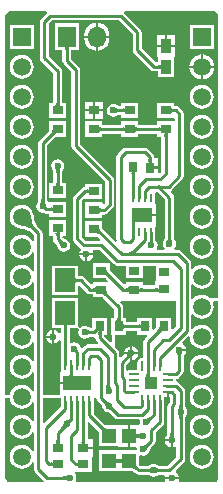
<source format=gtl>
G04*
G04 #@! TF.GenerationSoftware,Altium Limited,Altium Designer,19.0.10 (269)*
G04*
G04 Layer_Physical_Order=1*
G04 Layer_Color=255*
%FSLAX44Y44*%
%MOMM*%
G71*
G01*
G75*
%ADD11C,0.2500*%
%ADD15R,0.9650X0.8000*%
%ADD16R,0.8890X1.2700*%
%ADD17R,0.8000X0.9650*%
%ADD18R,0.8000X0.9650*%
%ADD19R,0.8000X0.9650*%
%ADD20R,1.7400X1.2500*%
%ADD21O,0.2500X0.8000*%
%ADD22R,0.9650X0.8000*%
%ADD23R,1.7000X2.0000*%
%ADD24R,1.0000X1.0000*%
%ADD25O,0.9000X0.2500*%
%ADD26O,0.2500X0.9000*%
%ADD27R,1.2000X1.3000*%
%ADD28R,2.3500X1.2500*%
%ADD48C,1.5000*%
%ADD49R,1.5000X1.5000*%
%ADD50O,1.5240X1.7780*%
%ADD51R,1.5240X1.7780*%
%ADD52C,0.6000*%
G36*
X135316Y353100D02*
X135291Y353338D01*
X135215Y353550D01*
X135088Y353737D01*
X134911Y353900D01*
X134683Y354038D01*
X134405Y354150D01*
X134076Y354238D01*
X133696Y354300D01*
X133266Y354338D01*
X132786Y354350D01*
Y356850D01*
X133266Y356862D01*
X133696Y356900D01*
X134076Y356963D01*
X134405Y357050D01*
X134683Y357163D01*
X134911Y357300D01*
X135088Y357463D01*
X135215Y357650D01*
X135291Y357863D01*
X135316Y358100D01*
Y353100D01*
D02*
G37*
G36*
X181793Y402287D02*
X183024Y401464D01*
X183847Y400233D01*
X184126Y398830D01*
X184116Y398780D01*
Y160029D01*
X180274D01*
X180028Y159980D01*
X179777D01*
X179545Y159884D01*
X179299Y159835D01*
X179090Y159696D01*
X178858Y159600D01*
X177787Y159437D01*
X177240Y159588D01*
X177164Y159646D01*
X175223Y161135D01*
X172791Y162143D01*
X170180Y162486D01*
X167570Y162143D01*
X165137Y161135D01*
X163048Y159532D01*
X162493Y158809D01*
X161223Y159241D01*
Y170959D01*
X162493Y171391D01*
X163048Y170668D01*
X165137Y169065D01*
X167570Y168057D01*
X170180Y167714D01*
X172791Y168057D01*
X175223Y169065D01*
X177312Y170668D01*
X178915Y172757D01*
X179923Y175189D01*
X180266Y177800D01*
X179923Y180410D01*
X178915Y182843D01*
X177312Y184932D01*
X175223Y186535D01*
X172791Y187543D01*
X170180Y187886D01*
X167570Y187543D01*
X165137Y186535D01*
X163048Y184932D01*
X162493Y184209D01*
X161223Y184641D01*
Y189310D01*
X160932Y190773D01*
X160104Y192014D01*
X152564Y199554D01*
X151323Y200382D01*
X149860Y200673D01*
X147177D01*
X146826Y201943D01*
X147929Y203594D01*
X148356Y205740D01*
X147929Y207886D01*
X147305Y208819D01*
X147206Y209043D01*
X147050Y209263D01*
X146960Y209414D01*
X146876Y209583D01*
X146799Y209772D01*
X146729Y209986D01*
X146669Y210226D01*
X146625Y210459D01*
X146571Y210987D01*
Y244858D01*
X146280Y246321D01*
X145452Y247562D01*
X143729Y249284D01*
X144070Y250739D01*
X144904Y251296D01*
X153834Y260226D01*
X154662Y261467D01*
X154953Y262930D01*
Y315915D01*
X154662Y317378D01*
X153834Y318619D01*
X150978Y321474D01*
X149738Y322302D01*
X148275Y322593D01*
X147025D01*
Y325270D01*
X132375D01*
Y312270D01*
X147025D01*
X147307Y311117D01*
Y310423D01*
X147025Y309270D01*
X132375D01*
Y306593D01*
X116545D01*
Y309270D01*
X101895D01*
Y306593D01*
X86065D01*
Y309270D01*
X71415D01*
Y296270D01*
X86065D01*
Y298947D01*
X101895D01*
Y296270D01*
X116545D01*
Y298947D01*
X132375D01*
Y296270D01*
X135877D01*
Y266758D01*
X134374Y265255D01*
X133104Y265781D01*
Y269256D01*
X126104D01*
Y271256D01*
X133104D01*
Y278081D01*
X129927D01*
Y279160D01*
X129636Y280623D01*
X128808Y281864D01*
X124758Y285914D01*
X123517Y286742D01*
X122054Y287033D01*
X105650D01*
X104187Y286742D01*
X102946Y285914D01*
X98896Y281864D01*
X98068Y280623D01*
X97777Y279160D01*
Y209804D01*
X98068Y208341D01*
X97072Y207546D01*
X86616Y218001D01*
X86464Y218175D01*
X86243Y218457D01*
X86090Y218682D01*
X86065Y218727D01*
Y219113D01*
X86083Y219205D01*
X86065Y219299D01*
Y219447D01*
X86068Y219487D01*
X86065Y219498D01*
Y224690D01*
X71415D01*
Y211690D01*
X81356D01*
X81448Y211672D01*
X81542Y211690D01*
X82040D01*
X82556Y211246D01*
X84239Y209563D01*
X83713Y208293D01*
X71904D01*
X68593Y211604D01*
Y242256D01*
X70434Y244097D01*
X71415Y243690D01*
Y243690D01*
X86065D01*
Y256690D01*
X71415D01*
Y254014D01*
X71120D01*
X69657Y253722D01*
X68416Y252894D01*
X62066Y246544D01*
X61238Y245303D01*
X60947Y243840D01*
Y210020D01*
X61238Y208557D01*
X62066Y207316D01*
X67276Y202107D01*
X67612Y201710D01*
X67493Y200321D01*
X66738Y199191D01*
X66471Y197850D01*
X78309D01*
X78042Y199191D01*
X77818Y199527D01*
X78416Y200647D01*
X83506D01*
X95956Y188196D01*
X97197Y187368D01*
X98660Y187077D01*
X105705D01*
Y176380D01*
X120355D01*
Y187077D01*
X131105D01*
Y175110D01*
X131105Y175110D01*
X130851Y174140D01*
X130851Y174140D01*
X130851Y173945D01*
Y170704D01*
X120355D01*
Y173380D01*
X105705D01*
Y172008D01*
X104435Y171482D01*
X92982Y182935D01*
X92837Y183101D01*
X92624Y183375D01*
X92474Y183597D01*
X92415Y183702D01*
Y184210D01*
X92429Y184311D01*
X92415Y184365D01*
Y189380D01*
X77765D01*
Y176380D01*
X87791D01*
X87810Y176374D01*
X87870Y176380D01*
X88112D01*
X88214Y176366D01*
X88268Y176380D01*
X88654D01*
X89152Y175951D01*
X90549Y174553D01*
X90063Y173380D01*
X77765D01*
Y172008D01*
X76495Y171482D01*
X70484Y177494D01*
X69243Y178322D01*
X67780Y178613D01*
X65770D01*
Y187290D01*
X43770D01*
Y162290D01*
X65770D01*
Y169597D01*
X67040Y170123D01*
X72986Y164177D01*
X74227Y163348D01*
X75690Y163057D01*
X77765D01*
Y160380D01*
X86058D01*
X86158Y160311D01*
X86748Y159815D01*
X95997Y150566D01*
Y143215D01*
X93320D01*
Y128565D01*
X93971D01*
Y122646D01*
X92798Y122160D01*
X87662Y127295D01*
X87689Y128565D01*
X90320D01*
Y143215D01*
X77320D01*
Y135244D01*
X76192Y134654D01*
X76147Y134645D01*
X75873Y134680D01*
X75606Y134731D01*
X75366Y134791D01*
X75152Y134861D01*
X74963Y134938D01*
X74794Y135022D01*
X74643Y135112D01*
X74423Y135268D01*
X74199Y135367D01*
X73266Y135991D01*
X71120Y136418D01*
X68974Y135991D01*
X67155Y134775D01*
X66935Y134735D01*
X65770Y135678D01*
Y159820D01*
X43770D01*
Y134820D01*
X50947D01*
Y130363D01*
X49677Y129978D01*
X48776Y131326D01*
X46791Y132652D01*
X45450Y132919D01*
Y127000D01*
Y121081D01*
X46791Y121348D01*
X48776Y122674D01*
X49677Y124022D01*
X50947Y123637D01*
Y106130D01*
Y99630D01*
X51238Y98167D01*
X51249Y98150D01*
X50570Y96880D01*
X50020D01*
Y88630D01*
X64770D01*
Y86630D01*
X50020D01*
Y78380D01*
X49129Y77479D01*
X35573D01*
Y214630D01*
X35282Y216093D01*
X34454Y217334D01*
X30747Y221040D01*
X30602Y221201D01*
X30208Y221742D01*
X29822Y222386D01*
X29449Y223137D01*
X29095Y223996D01*
X28765Y224964D01*
X28470Y226013D01*
X27947Y228534D01*
X27739Y229940D01*
X27661Y230158D01*
X27523Y231210D01*
X26515Y233643D01*
X24912Y235732D01*
X22823Y237335D01*
X20391Y238343D01*
X17780Y238686D01*
X15170Y238343D01*
X12737Y237335D01*
X10648Y235732D01*
X9045Y233643D01*
X8037Y231210D01*
X7694Y228600D01*
X8037Y225989D01*
X9045Y223557D01*
X10648Y221468D01*
X12737Y219865D01*
X15170Y218857D01*
X16222Y218719D01*
X16440Y218641D01*
X17846Y218433D01*
X20368Y217910D01*
X21416Y217615D01*
X22384Y217285D01*
X23243Y216931D01*
X23995Y216558D01*
X24638Y216172D01*
X25178Y215778D01*
X25340Y215633D01*
X27927Y213046D01*
Y208154D01*
X26657Y207901D01*
X26515Y208243D01*
X24912Y210332D01*
X22823Y211935D01*
X20391Y212943D01*
X17780Y213286D01*
X15170Y212943D01*
X12737Y211935D01*
X10648Y210332D01*
X9045Y208243D01*
X8037Y205811D01*
X7694Y203200D01*
X8037Y200590D01*
X9045Y198157D01*
X10648Y196068D01*
X12737Y194465D01*
X15170Y193457D01*
X17780Y193114D01*
X20391Y193457D01*
X22823Y194465D01*
X24912Y196068D01*
X26515Y198157D01*
X26657Y198499D01*
X27927Y198246D01*
Y182754D01*
X26657Y182501D01*
X26515Y182843D01*
X24912Y184932D01*
X22823Y186535D01*
X20391Y187543D01*
X17780Y187886D01*
X15170Y187543D01*
X12737Y186535D01*
X10648Y184932D01*
X9045Y182843D01*
X8037Y180410D01*
X7694Y177800D01*
X8037Y175189D01*
X9045Y172757D01*
X10648Y170668D01*
X12737Y169065D01*
X15170Y168057D01*
X17780Y167714D01*
X20391Y168057D01*
X22823Y169065D01*
X24912Y170668D01*
X26515Y172757D01*
X26657Y173099D01*
X27927Y172846D01*
Y157354D01*
X26657Y157101D01*
X26515Y157443D01*
X24912Y159532D01*
X22823Y161135D01*
X20391Y162143D01*
X17780Y162486D01*
X15170Y162143D01*
X12737Y161135D01*
X10648Y159532D01*
X9045Y157443D01*
X8037Y155010D01*
X7694Y152400D01*
X8037Y149789D01*
X9045Y147357D01*
X10648Y145268D01*
X12737Y143665D01*
X15170Y142657D01*
X17780Y142314D01*
X20391Y142657D01*
X22823Y143665D01*
X24912Y145268D01*
X26515Y147357D01*
X26657Y147699D01*
X27927Y147446D01*
Y131954D01*
X26657Y131701D01*
X26515Y132043D01*
X24912Y134132D01*
X22823Y135735D01*
X20391Y136743D01*
X17780Y137086D01*
X15170Y136743D01*
X12737Y135735D01*
X10648Y134132D01*
X9045Y132043D01*
X8037Y129611D01*
X7694Y127000D01*
X8037Y124389D01*
X9045Y121957D01*
X10648Y119868D01*
X12737Y118265D01*
X15170Y117257D01*
X17780Y116914D01*
X20391Y117257D01*
X22823Y118265D01*
X24912Y119868D01*
X26515Y121957D01*
X26657Y122299D01*
X27927Y122046D01*
Y106554D01*
X26657Y106301D01*
X26515Y106643D01*
X24912Y108732D01*
X22823Y110335D01*
X20391Y111343D01*
X17780Y111686D01*
X15170Y111343D01*
X12737Y110335D01*
X10648Y108732D01*
X9045Y106643D01*
X8037Y104211D01*
X7694Y101600D01*
X8037Y98989D01*
X9045Y96557D01*
X10648Y94468D01*
X12737Y92865D01*
X15170Y91857D01*
X17780Y91514D01*
X20391Y91857D01*
X22823Y92865D01*
X24912Y94468D01*
X26515Y96557D01*
X26657Y96899D01*
X27927Y96646D01*
Y81154D01*
X26657Y80901D01*
X26515Y81243D01*
X24912Y83332D01*
X22823Y84935D01*
X20391Y85943D01*
X17780Y86286D01*
X15170Y85943D01*
X12737Y84935D01*
X10648Y83332D01*
X9045Y81243D01*
X8037Y78811D01*
X7862Y77480D01*
X7861Y77479D01*
X3844D01*
Y398780D01*
X3834Y398830D01*
X4113Y400233D01*
X4936Y401464D01*
X6167Y402287D01*
X7570Y402566D01*
X7620Y402556D01*
X38526D01*
X38838Y402064D01*
X39009Y401286D01*
X34126Y396404D01*
X33298Y395163D01*
X33007Y393700D01*
Y363186D01*
X33298Y361723D01*
X34126Y360482D01*
X44437Y350172D01*
Y325270D01*
X40935D01*
Y312270D01*
X55585D01*
Y325270D01*
X52083D01*
Y351756D01*
X51792Y353219D01*
X50964Y354459D01*
X40653Y364770D01*
Y392116D01*
X43494Y394957D01*
X100016D01*
X111747Y383226D01*
Y369570D01*
X112038Y368107D01*
X112866Y366866D01*
X126836Y352896D01*
X128077Y352068D01*
X129540Y351777D01*
X132755D01*
Y346750D01*
X146645D01*
Y364030D01*
X147145D01*
Y372380D01*
X139700D01*
X132255D01*
Y364030D01*
X132755D01*
Y359423D01*
X131124D01*
X119393Y371154D01*
Y384810D01*
X119102Y386273D01*
X118274Y387514D01*
X104501Y401286D01*
X104672Y402064D01*
X104984Y402556D01*
X180340D01*
X180390Y402566D01*
X181793Y402287D01*
D02*
G37*
G36*
X49523Y324759D02*
X49560Y324328D01*
X49623Y323949D01*
X49710Y323620D01*
X49823Y323342D01*
X49960Y323114D01*
X50122Y322937D01*
X50310Y322810D01*
X50522Y322734D01*
X50760Y322709D01*
X45760D01*
X45998Y322734D01*
X46210Y322810D01*
X46398Y322937D01*
X46560Y323114D01*
X46698Y323342D01*
X46810Y323620D01*
X46898Y323949D01*
X46960Y324328D01*
X46997Y324759D01*
X47010Y325239D01*
X49510D01*
X49523Y324759D01*
D02*
G37*
G36*
X144489Y321032D02*
X144565Y320820D01*
X144692Y320633D01*
X144869Y320470D01*
X145097Y320332D01*
X145375Y320220D01*
X145704Y320132D01*
X146083Y320070D01*
X146514Y320033D01*
X146994Y320020D01*
Y317520D01*
X146514Y317507D01*
X146083Y317470D01*
X145704Y317407D01*
X145375Y317320D01*
X145097Y317208D01*
X144869Y317070D01*
X144692Y316908D01*
X144565Y316720D01*
X144489Y316507D01*
X144464Y316270D01*
Y321270D01*
X144489Y321032D01*
D02*
G37*
G36*
X134906Y300270D02*
X134881Y300508D01*
X134805Y300720D01*
X134681Y300907D01*
X134506Y301070D01*
X134281Y301208D01*
X134005Y301320D01*
X133680Y301408D01*
X133306Y301470D01*
X132880Y301507D01*
X132406Y301520D01*
Y304020D01*
X132880Y304032D01*
X133306Y304070D01*
X133680Y304132D01*
X134005Y304220D01*
X134281Y304333D01*
X134506Y304470D01*
X134681Y304632D01*
X134805Y304820D01*
X134881Y305033D01*
X134906Y305270D01*
Y300270D01*
D02*
G37*
G36*
X114039Y305033D02*
X114115Y304820D01*
X114240Y304632D01*
X114415Y304470D01*
X114640Y304333D01*
X114915Y304220D01*
X115239Y304132D01*
X115615Y304070D01*
X116039Y304032D01*
X116515Y304020D01*
Y301520D01*
X116039Y301507D01*
X115615Y301470D01*
X115239Y301408D01*
X114915Y301320D01*
X114640Y301208D01*
X114415Y301070D01*
X114240Y300907D01*
X114115Y300720D01*
X114039Y300508D01*
X114015Y300270D01*
Y305270D01*
X114039Y305033D01*
D02*
G37*
G36*
X104456Y300270D02*
X104431Y300508D01*
X104355Y300720D01*
X104228Y300907D01*
X104051Y301070D01*
X103823Y301208D01*
X103545Y301320D01*
X103216Y301408D01*
X102837Y301470D01*
X102406Y301507D01*
X101925Y301520D01*
Y304020D01*
X102406Y304032D01*
X102837Y304070D01*
X103216Y304132D01*
X103545Y304220D01*
X103823Y304333D01*
X104051Y304470D01*
X104228Y304632D01*
X104355Y304820D01*
X104431Y305033D01*
X104456Y305270D01*
Y300270D01*
D02*
G37*
G36*
X83529Y305033D02*
X83605Y304820D01*
X83732Y304632D01*
X83909Y304470D01*
X84137Y304333D01*
X84415Y304220D01*
X84744Y304132D01*
X85124Y304070D01*
X85554Y304032D01*
X86034Y304020D01*
Y301520D01*
X85554Y301507D01*
X85124Y301470D01*
X84744Y301408D01*
X84415Y301320D01*
X84137Y301208D01*
X83909Y301070D01*
X83732Y300907D01*
X83605Y300720D01*
X83529Y300508D01*
X83504Y300270D01*
Y305270D01*
X83529Y305033D01*
D02*
G37*
G36*
X141962Y298806D02*
X141750Y298730D01*
X141562Y298603D01*
X141400Y298426D01*
X141263Y298198D01*
X141150Y297920D01*
X141062Y297591D01*
X141000Y297211D01*
X140962Y296781D01*
X140950Y296301D01*
X138450D01*
X138438Y296781D01*
X138400Y297211D01*
X138337Y297591D01*
X138250Y297920D01*
X138138Y298198D01*
X138000Y298426D01*
X137837Y298603D01*
X137650Y298730D01*
X137437Y298806D01*
X137200Y298831D01*
X142200D01*
X141962Y298806D01*
D02*
G37*
G36*
X127367Y277076D02*
X127404Y276651D01*
X127466Y276276D01*
X127554Y275951D01*
X127667Y275676D01*
X127804Y275450D01*
X127966Y275275D01*
X128154Y275151D01*
X128366Y275075D01*
X128604Y275051D01*
X123604D01*
X123841Y275075D01*
X124054Y275151D01*
X124242Y275275D01*
X124404Y275450D01*
X124542Y275676D01*
X124654Y275951D01*
X124741Y276276D01*
X124804Y276651D01*
X124841Y277076D01*
X124854Y277551D01*
X127354D01*
X127367Y277076D01*
D02*
G37*
G36*
X114297Y268377D02*
X114105Y268055D01*
X113936Y267714D01*
X113790Y267354D01*
X113666Y266974D01*
X113564Y266574D01*
X113485Y266155D01*
X113433Y265746D01*
X114634D01*
X114396Y265721D01*
X114184Y265645D01*
X113996Y265518D01*
X113834Y265341D01*
X113696Y265113D01*
X113584Y264835D01*
X113497Y264506D01*
X113434Y264126D01*
X113397Y263696D01*
X113384Y263216D01*
X110884D01*
X110871Y263696D01*
X110834Y264126D01*
X110772Y264506D01*
X110684Y264835D01*
X110571Y265113D01*
X110434Y265341D01*
X110272Y265518D01*
X110084Y265645D01*
X109872Y265721D01*
X109634Y265746D01*
X110824D01*
X110782Y266155D01*
X110704Y266574D01*
X110602Y266974D01*
X110478Y267354D01*
X110332Y267714D01*
X110163Y268055D01*
X109971Y268377D01*
X109757Y268680D01*
X114511D01*
X114297Y268377D01*
D02*
G37*
G36*
X139124Y252750D02*
X138666Y252732D01*
X138294Y252679D01*
X138008Y252591D01*
X137807Y252467D01*
X137691Y252308D01*
X137660Y252114D01*
X137715Y251884D01*
X137855Y251619D01*
X138081Y251318D01*
X138392Y250982D01*
X134856D01*
X134495Y251318D01*
X134120Y251619D01*
X133729Y251884D01*
X133325Y252114D01*
X132905Y252308D01*
X132471Y252467D01*
X132022Y252591D01*
X131559Y252679D01*
X131081Y252732D01*
X130588Y252750D01*
X133606Y255250D01*
X139124Y252750D01*
D02*
G37*
G36*
X73976Y247690D02*
X73951Y247927D01*
X73875Y248140D01*
X73748Y248328D01*
X73571Y248490D01*
X73343Y248627D01*
X73065Y248740D01*
X72736Y248827D01*
X72357Y248890D01*
X71926Y248927D01*
X71445Y248940D01*
Y251440D01*
X71926Y251453D01*
X72357Y251490D01*
X72736Y251553D01*
X73065Y251640D01*
X73343Y251752D01*
X73571Y251890D01*
X73748Y252052D01*
X73875Y252240D01*
X73951Y252453D01*
X73976Y252690D01*
Y247690D01*
D02*
G37*
G36*
X132157Y249845D02*
X132382Y249718D01*
X132605Y249566D01*
X132744Y249454D01*
X138925Y243274D01*
Y210906D01*
X138916Y210790D01*
X138878Y210493D01*
X138827Y210226D01*
X138767Y209986D01*
X138697Y209772D01*
X138620Y209583D01*
X138536Y209414D01*
X138446Y209263D01*
X138290Y209043D01*
X138190Y208819D01*
X137567Y207886D01*
X137140Y205740D01*
X137567Y203594D01*
X138670Y201943D01*
X138319Y200673D01*
X132559D01*
X131960Y201793D01*
X132315Y202324D01*
X132742Y204470D01*
X132315Y206616D01*
X131099Y208435D01*
X130957Y208530D01*
Y218120D01*
X130713Y219350D01*
X131334Y220620D01*
X131334D01*
Y228870D01*
X119634D01*
Y230870D01*
X131334D01*
Y239120D01*
X131334D01*
X130713Y240390D01*
X130957Y241620D01*
Y247120D01*
X130666Y248583D01*
X131350Y249717D01*
X132067Y249887D01*
X132157Y249845D01*
D02*
G37*
G36*
X116533Y227029D02*
X116392Y226967D01*
X116222Y226869D01*
X116024Y226735D01*
X115545Y226357D01*
X114954Y225834D01*
X113859Y224777D01*
X111252Y225706D01*
X111532Y226012D01*
X111779Y226339D01*
X111994Y226686D01*
X112175Y227053D01*
X112324Y227440D01*
X112440Y227848D01*
X112523Y228276D01*
X112574Y228724D01*
X112591Y229192D01*
X112576Y229680D01*
X116533Y227029D01*
D02*
G37*
G36*
X114396Y223654D02*
X114184Y223576D01*
X113996Y223449D01*
X113834Y223271D01*
X113696Y223043D01*
X113584Y222765D01*
X113497Y222437D01*
X113434Y222058D01*
X113397Y221629D01*
X113384Y221150D01*
X110884D01*
X110964Y223650D01*
X114634Y223681D01*
X114396Y223654D01*
D02*
G37*
G36*
X25436Y228088D02*
X25992Y225408D01*
X26330Y224207D01*
X26708Y223099D01*
X27126Y222084D01*
X27584Y221161D01*
X28081Y220332D01*
X28619Y219595D01*
X29196Y218951D01*
X27429Y217184D01*
X26785Y217761D01*
X26048Y218299D01*
X25219Y218796D01*
X24296Y219254D01*
X23281Y219672D01*
X22173Y220050D01*
X20972Y220388D01*
X18292Y220944D01*
X16813Y221163D01*
X25217Y229567D01*
X25436Y228088D01*
D02*
G37*
G36*
X83459Y218951D02*
X83439Y218670D01*
X83475Y218369D01*
X83568Y218046D01*
X83716Y217703D01*
X83921Y217339D01*
X84182Y216955D01*
X84499Y216549D01*
X84873Y216123D01*
X85302Y215676D01*
X84989Y212453D01*
X84411Y213013D01*
X83405Y213878D01*
X82976Y214183D01*
X82598Y214402D01*
X82269Y214537D01*
X81990Y214585D01*
X81762Y214549D01*
X81583Y214427D01*
X81454Y214221D01*
X83534Y219211D01*
X83459Y218951D01*
D02*
G37*
G36*
X144009Y210990D02*
X144100Y210095D01*
X144178Y209676D01*
X144280Y209276D01*
X144404Y208896D01*
X144550Y208536D01*
X144719Y208195D01*
X144911Y207873D01*
X145125Y207570D01*
X140371D01*
X140585Y207873D01*
X140777Y208195D01*
X140946Y208536D01*
X141092Y208896D01*
X141216Y209276D01*
X141318Y209676D01*
X141397Y210095D01*
X141453Y210533D01*
X141487Y210990D01*
X141498Y211467D01*
X143998D01*
X144009Y210990D01*
D02*
G37*
G36*
X114374Y199532D02*
X114149Y199231D01*
X114008Y198966D01*
X113954Y198736D01*
X113984Y198542D01*
X114100Y198383D01*
X114301Y198259D01*
X114588Y198171D01*
X114960Y198118D01*
X115417Y198100D01*
X109900Y195600D01*
X106882Y198100D01*
X107374Y198118D01*
X107852Y198171D01*
X108316Y198259D01*
X108765Y198383D01*
X109199Y198542D01*
X109618Y198736D01*
X110023Y198966D01*
X110413Y199231D01*
X110789Y199532D01*
X111150Y199868D01*
X114685D01*
X114374Y199532D01*
D02*
G37*
G36*
X89820Y183889D02*
X89810Y183600D01*
X89852Y183291D01*
X89949Y182965D01*
X90099Y182621D01*
X90302Y182258D01*
X90560Y181877D01*
X90870Y181478D01*
X91235Y181061D01*
X91652Y180625D01*
X91600Y177143D01*
X91010Y177715D01*
X89988Y178596D01*
X89555Y178904D01*
X89175Y179125D01*
X88848Y179258D01*
X88573Y179303D01*
X88351Y179260D01*
X88181Y179129D01*
X88064Y178911D01*
X89885Y184161D01*
X89820Y183889D01*
D02*
G37*
G36*
X63234Y177052D02*
X63310Y176840D01*
X63437Y176653D01*
X63614Y176490D01*
X63842Y176353D01*
X64120Y176240D01*
X64449Y176152D01*
X64829Y176090D01*
X65259Y176052D01*
X65739Y176040D01*
Y173540D01*
X65259Y173528D01*
X64829Y173490D01*
X64449Y173428D01*
X64120Y173340D01*
X63842Y173228D01*
X63614Y173090D01*
X63437Y172927D01*
X63310Y172740D01*
X63234Y172528D01*
X63209Y172290D01*
Y177290D01*
X63234Y177052D01*
D02*
G37*
G36*
X133412Y164380D02*
X133387Y164618D01*
X133311Y164830D01*
X133184Y165018D01*
X133007Y165180D01*
X132779Y165317D01*
X132501Y165430D01*
X132172Y165518D01*
X131792Y165580D01*
X131362Y165618D01*
X130882Y165630D01*
Y168130D01*
X131362Y168143D01*
X131792Y168180D01*
X132172Y168242D01*
X132501Y168330D01*
X132779Y168442D01*
X133007Y168580D01*
X133184Y168743D01*
X133311Y168930D01*
X133387Y169142D01*
X133412Y169380D01*
Y164380D01*
D02*
G37*
G36*
X117850Y169142D02*
X117924Y168930D01*
X118049Y168743D01*
X118224Y168580D01*
X118449Y168442D01*
X118724Y168330D01*
X119050Y168242D01*
X119424Y168180D01*
X119850Y168143D01*
X120324Y168130D01*
Y165630D01*
X119850Y165618D01*
X119424Y165580D01*
X119050Y165518D01*
X118724Y165430D01*
X118449Y165317D01*
X118224Y165180D01*
X118049Y165018D01*
X117924Y164830D01*
X117850Y164618D01*
X117824Y164380D01*
Y169380D01*
X117850Y169142D01*
D02*
G37*
G36*
X108266Y164380D02*
X108241Y164618D01*
X108165Y164830D01*
X108038Y165018D01*
X107861Y165180D01*
X107633Y165317D01*
X107355Y165430D01*
X107026Y165518D01*
X106646Y165580D01*
X106216Y165618D01*
X105736Y165630D01*
Y168130D01*
X106216Y168143D01*
X106646Y168180D01*
X107026Y168242D01*
X107355Y168330D01*
X107633Y168442D01*
X107861Y168580D01*
X108038Y168743D01*
X108165Y168930D01*
X108241Y169142D01*
X108266Y169380D01*
Y164380D01*
D02*
G37*
G36*
X80326D02*
X80301Y164618D01*
X80225Y164830D01*
X80098Y165018D01*
X79921Y165180D01*
X79693Y165317D01*
X79415Y165430D01*
X79086Y165518D01*
X78706Y165580D01*
X78276Y165618D01*
X77796Y165630D01*
Y168130D01*
X78276Y168143D01*
X78706Y168180D01*
X79086Y168242D01*
X79415Y168330D01*
X79693Y168442D01*
X79921Y168580D01*
X80098Y168743D01*
X80225Y168930D01*
X80301Y169142D01*
X80326Y169380D01*
Y164380D01*
D02*
G37*
G36*
X89679Y165466D02*
X89583Y165267D01*
X89565Y165024D01*
X89627Y164737D01*
X89767Y164405D01*
X89986Y164030D01*
X90285Y163610D01*
X90661Y163146D01*
X91652Y162085D01*
X89059Y161143D01*
X88581Y161604D01*
X87707Y162339D01*
X87312Y162612D01*
X86944Y162824D01*
X86605Y162972D01*
X86293Y163058D01*
X86009Y163082D01*
X85752Y163043D01*
X85524Y162941D01*
X89854Y165621D01*
X89679Y165466D01*
D02*
G37*
G36*
X184116Y7620D02*
X184126Y7570D01*
X183847Y6167D01*
X183024Y4936D01*
X181793Y4113D01*
X181530Y4061D01*
X180340Y3844D01*
X180340Y3844D01*
X179100Y3844D01*
X151151D01*
X150479Y5114D01*
X150699Y6220D01*
X138861D01*
X139081Y5114D01*
X138409Y3844D01*
X63859D01*
X63260Y4964D01*
X63601Y5474D01*
X64028Y7620D01*
X63601Y9766D01*
X62589Y11280D01*
X62969Y12321D01*
X63152Y12550D01*
X76921D01*
Y25550D01*
X77675Y26020D01*
X77675D01*
Y32020D01*
X69850D01*
Y34020D01*
X77675D01*
Y40020D01*
X73593D01*
Y54460D01*
X74767Y54946D01*
X82317Y47396D01*
X82690Y46994D01*
X82932Y46692D01*
X82940Y46680D01*
Y46207D01*
X82921Y46114D01*
X82940Y46021D01*
Y34180D01*
X99440D01*
Y33680D01*
X107440D01*
Y43180D01*
Y52680D01*
X99440D01*
Y52180D01*
X89099D01*
X89006Y52199D01*
X88913Y52180D01*
X88443D01*
X87821Y52706D01*
X78593Y61934D01*
Y74930D01*
X80946D01*
X81158Y73867D01*
X81986Y72626D01*
X85026Y69587D01*
X85362Y69176D01*
X85495Y68980D01*
X85622Y68767D01*
X85724Y68567D01*
X85804Y68378D01*
X85864Y68200D01*
X85907Y68029D01*
X85953Y67763D01*
X86040Y67534D01*
X86259Y66434D01*
X87475Y64615D01*
X89294Y63399D01*
X90394Y63180D01*
X90623Y63093D01*
X90889Y63047D01*
X91060Y63004D01*
X91238Y62944D01*
X91427Y62864D01*
X91627Y62762D01*
X91840Y62635D01*
X92036Y62502D01*
X92447Y62166D01*
X96356Y58256D01*
X97597Y57428D01*
X99060Y57137D01*
X116852D01*
X117832Y55866D01*
X117582Y54610D01*
X117738Y53826D01*
X116671Y52680D01*
X109440D01*
Y43180D01*
Y33680D01*
X114425D01*
X115231Y32698D01*
X115042Y31750D01*
X114574Y31180D01*
X101210D01*
X99940Y31180D01*
Y31180D01*
X99940D01*
Y31180D01*
X82940D01*
Y13180D01*
X98670D01*
X99940Y13180D01*
Y13180D01*
X99940D01*
Y13180D01*
X111949D01*
X112522Y12691D01*
X113946Y11266D01*
X115187Y10438D01*
X116650Y10147D01*
X124294D01*
X124410Y10138D01*
X124707Y10100D01*
X124974Y10050D01*
X125214Y9989D01*
X125428Y9919D01*
X125617Y9842D01*
X125786Y9758D01*
X125937Y9668D01*
X126157Y9512D01*
X126381Y9413D01*
X127314Y8789D01*
X129460Y8362D01*
X131606Y8789D01*
X132539Y9413D01*
X132763Y9512D01*
X132983Y9668D01*
X133134Y9758D01*
X133303Y9842D01*
X133492Y9919D01*
X133706Y9989D01*
X133946Y10050D01*
X134179Y10093D01*
X134707Y10147D01*
X138108D01*
X138992Y8877D01*
X138861Y8220D01*
X150699D01*
X150432Y9561D01*
X149106Y11546D01*
X148159Y12178D01*
X147998Y13813D01*
X155104Y20918D01*
X155932Y22159D01*
X156223Y23622D01*
Y58334D01*
X156232Y58450D01*
X156270Y58747D01*
X156320Y59014D01*
X156381Y59254D01*
X156451Y59468D01*
X156528Y59657D01*
X156612Y59826D01*
X156702Y59977D01*
X156858Y60197D01*
X156958Y60421D01*
X157581Y61354D01*
X158008Y63500D01*
X157581Y65646D01*
X156958Y66579D01*
X156858Y66803D01*
X156702Y67023D01*
X156612Y67174D01*
X156528Y67343D01*
X156451Y67532D01*
X156381Y67746D01*
X156320Y67986D01*
X156277Y68219D01*
X156223Y68747D01*
Y81280D01*
X155932Y82743D01*
X155104Y83984D01*
X151254Y87834D01*
X150013Y88662D01*
X149524Y88760D01*
X148573Y90130D01*
X148337Y91317D01*
X149749Y91598D01*
X150989Y92426D01*
X153834Y95271D01*
X154662Y96511D01*
X154953Y97975D01*
Y110404D01*
X154962Y110520D01*
X155000Y110817D01*
X155027Y110958D01*
X155456Y111244D01*
X156782Y113229D01*
X157049Y114570D01*
X151130D01*
Y116570D01*
X157049D01*
X156782Y117911D01*
X155456Y119896D01*
X153905Y120932D01*
X153574Y122398D01*
X158909Y127733D01*
X160112Y127140D01*
X160094Y127000D01*
X160437Y124389D01*
X161445Y121957D01*
X163048Y119868D01*
X165137Y118265D01*
X167570Y117257D01*
X170180Y116914D01*
X172791Y117257D01*
X175223Y118265D01*
X177312Y119868D01*
X178915Y121957D01*
X179923Y124389D01*
X180266Y127000D01*
X179923Y129611D01*
X178915Y132043D01*
X177312Y134132D01*
X175223Y135735D01*
X172791Y136743D01*
X170180Y137086D01*
X167570Y136743D01*
X165137Y135735D01*
X163048Y134132D01*
X162493Y133409D01*
X161223Y133841D01*
Y145560D01*
X162493Y145991D01*
X163048Y145268D01*
X165137Y143665D01*
X167570Y142657D01*
X170180Y142314D01*
X172791Y142657D01*
X175223Y143665D01*
X177312Y145268D01*
X178915Y147357D01*
X179923Y149789D01*
X180266Y152400D01*
X179923Y155010D01*
X179426Y156210D01*
X180274Y157480D01*
X184116D01*
Y7620D01*
D02*
G37*
G36*
X101082Y142710D02*
X101120Y142284D01*
X101182Y141910D01*
X101270Y141585D01*
X101383Y141309D01*
X101520Y141084D01*
X101683Y140910D01*
X101870Y140785D01*
X102083Y140709D01*
X102320Y140684D01*
X97320D01*
X97557Y140709D01*
X97770Y140785D01*
X97957Y140910D01*
X98120Y141084D01*
X98258Y141309D01*
X98370Y141585D01*
X98457Y141910D01*
X98520Y142284D01*
X98558Y142710D01*
X98570Y143184D01*
X101070D01*
X101082Y142710D01*
D02*
G37*
G36*
X57032Y137356D02*
X56820Y137280D01*
X56632Y137153D01*
X56470Y136976D01*
X56333Y136748D01*
X56220Y136470D01*
X56132Y136141D01*
X56070Y135761D01*
X56033Y135331D01*
X56020Y134851D01*
X53520D01*
X53507Y135331D01*
X53470Y135761D01*
X53408Y136141D01*
X53320Y136470D01*
X53208Y136748D01*
X53070Y136976D01*
X52908Y137153D01*
X52720Y137280D01*
X52508Y137356D01*
X52270Y137381D01*
X57270D01*
X57032Y137356D01*
D02*
G37*
G36*
X138307Y132915D02*
X137942Y132853D01*
X137578Y132760D01*
X137218Y132639D01*
X136859Y132487D01*
X136503Y132306D01*
X136148Y132095D01*
X136087Y132054D01*
X136661Y131126D01*
X136506Y131301D01*
X136307Y131397D01*
X136064Y131415D01*
X135777Y131353D01*
X135445Y131213D01*
X135069Y130994D01*
X134650Y130695D01*
X134186Y130318D01*
X133125Y129328D01*
X132183Y131920D01*
X132644Y132399D01*
X133379Y133273D01*
X133652Y133668D01*
X133863Y134036D01*
X134012Y134375D01*
X134098Y134687D01*
X134122Y134971D01*
X134082Y135227D01*
X133981Y135456D01*
X134451Y134697D01*
X134517Y134829D01*
X134669Y135188D01*
X134790Y135548D01*
X134882Y135912D01*
X134945Y136277D01*
X138307Y132915D01*
D02*
G37*
G36*
X117981Y133390D02*
X117956Y133628D01*
X117880Y133840D01*
X117753Y134028D01*
X117576Y134190D01*
X117348Y134327D01*
X117070Y134440D01*
X116741Y134528D01*
X116362Y134590D01*
X115931Y134628D01*
X115450Y134640D01*
Y137140D01*
X115931Y137153D01*
X116362Y137190D01*
X116741Y137253D01*
X117070Y137340D01*
X117348Y137452D01*
X117576Y137590D01*
X117753Y137753D01*
X117880Y137940D01*
X117956Y138153D01*
X117981Y138390D01*
Y133390D01*
D02*
G37*
G36*
X103784Y138153D02*
X103860Y137940D01*
X103987Y137753D01*
X104164Y137590D01*
X104392Y137452D01*
X104670Y137340D01*
X104999Y137253D01*
X105379Y137190D01*
X105809Y137153D01*
X106290Y137140D01*
Y134640D01*
X105809Y134628D01*
X105379Y134590D01*
X104999Y134528D01*
X104670Y134440D01*
X104392Y134327D01*
X104164Y134190D01*
X103987Y134028D01*
X103860Y133840D01*
X103784Y133628D01*
X103759Y133390D01*
Y138390D01*
X103784Y138153D01*
D02*
G37*
G36*
X148577Y136204D02*
X145593Y133220D01*
X144420Y133707D01*
Y143215D01*
X131420D01*
Y134922D01*
X131351Y134822D01*
X130855Y134232D01*
X129593Y132971D01*
X128420Y133456D01*
Y143215D01*
X115420D01*
Y139713D01*
X106320D01*
Y143215D01*
X103643D01*
Y152150D01*
X103352Y153613D01*
X102523Y154854D01*
X101071Y156307D01*
X101557Y157480D01*
X148577Y157480D01*
Y136204D01*
D02*
G37*
G36*
X81247Y131126D02*
X81207Y131166D01*
X81139Y131171D01*
X81045Y131140D01*
X80924Y131074D01*
X80775Y130971D01*
X80599Y130834D01*
X80166Y130451D01*
X79624Y129926D01*
X78083Y131920D01*
X78448Y132290D01*
X79774Y133819D01*
X79851Y133960D01*
X79887Y134067D01*
X79881Y134142D01*
X81247Y131126D01*
D02*
G37*
G36*
X86082Y131101D02*
X85870Y131025D01*
X85682Y130898D01*
X85520Y130721D01*
X85382Y130493D01*
X85270Y130215D01*
X85183Y129886D01*
X85120Y129507D01*
X85083Y129076D01*
X85070Y128596D01*
X82570D01*
X82557Y129076D01*
X82520Y129507D01*
X82458Y129886D01*
X82370Y130215D01*
X82257Y130493D01*
X82120Y130721D01*
X81958Y130898D01*
X81770Y131025D01*
X81558Y131101D01*
X81320Y131126D01*
X86320D01*
X86082Y131101D01*
D02*
G37*
G36*
X73253Y132973D02*
X73575Y132781D01*
X73916Y132612D01*
X74276Y132466D01*
X74656Y132342D01*
X75056Y132240D01*
X75475Y132162D01*
X75913Y132105D01*
X76370Y132071D01*
X76847Y132060D01*
Y129560D01*
X76370Y129549D01*
X75475Y129459D01*
X75056Y129380D01*
X74656Y129278D01*
X74276Y129154D01*
X73916Y129008D01*
X73575Y128839D01*
X73253Y128647D01*
X72950Y128433D01*
Y133187D01*
X73253Y132973D01*
D02*
G37*
G36*
X66553Y133874D02*
X65939Y132956D01*
X65512Y130810D01*
X65939Y128664D01*
X67155Y126845D01*
X68974Y125629D01*
X71120Y125202D01*
X73266Y125629D01*
X74199Y126252D01*
X74423Y126352D01*
X74643Y126508D01*
X74794Y126598D01*
X74963Y126682D01*
X75152Y126759D01*
X75366Y126829D01*
X75606Y126889D01*
X75839Y126933D01*
X76367Y126987D01*
X78740D01*
X79015Y127041D01*
X79997Y126236D01*
Y125730D01*
X80288Y124267D01*
X81116Y123026D01*
X82306Y121837D01*
X81820Y120663D01*
X73660D01*
X72197Y120372D01*
X70956Y119544D01*
X68987Y117574D01*
X67609Y117992D01*
X67411Y118986D01*
X66195Y120805D01*
X64376Y122021D01*
X62230Y122448D01*
X60084Y122021D01*
X59714Y121773D01*
X58593Y122372D01*
Y134820D01*
X65657D01*
X66553Y133874D01*
D02*
G37*
G36*
X153293Y113438D02*
X153101Y113116D01*
X152932Y112774D01*
X152786Y112414D01*
X152662Y112034D01*
X152560Y111634D01*
X152481Y111215D01*
X152425Y110777D01*
X152391Y110320D01*
X152380Y109843D01*
X149880D01*
X149869Y110320D01*
X149778Y111215D01*
X149700Y111634D01*
X149598Y112034D01*
X149474Y112414D01*
X149328Y112774D01*
X149159Y113116D01*
X148967Y113438D01*
X148753Y113740D01*
X153507D01*
X153293Y113438D01*
D02*
G37*
G36*
X115420Y128565D02*
X123528D01*
X124015Y127392D01*
X121796Y125174D01*
X120968Y123933D01*
X120677Y122470D01*
Y109970D01*
X119695Y109165D01*
X119500Y109203D01*
X118037Y108912D01*
X116796Y108084D01*
X115968Y106843D01*
X115677Y105380D01*
Y98953D01*
X109250D01*
X107787Y98662D01*
X107424Y98420D01*
X106154Y99099D01*
Y103287D01*
X109490Y106623D01*
Y109653D01*
X109429Y109627D01*
X109073Y109446D01*
X108718Y109235D01*
X108366Y108995D01*
X108017Y108725D01*
X107669Y108426D01*
X107324Y108096D01*
X105556Y109864D01*
X105886Y110209D01*
X106455Y110906D01*
X106695Y111258D01*
X106906Y111613D01*
X107087Y111969D01*
X107113Y112030D01*
X104082D01*
X104076Y112023D01*
X101517Y109464D01*
X100343Y109950D01*
Y113030D01*
X100052Y114493D01*
X99224Y115734D01*
X96520Y118437D01*
Y128565D01*
X106320D01*
Y132067D01*
X115420D01*
Y128565D01*
D02*
G37*
G36*
X61033Y95869D02*
X61070Y95439D01*
X61132Y95059D01*
X61220Y94730D01*
X61333Y94452D01*
X61470Y94224D01*
X61632Y94047D01*
X61820Y93920D01*
X62032Y93844D01*
X62270Y93819D01*
X57270D01*
X57508Y93844D01*
X57720Y93920D01*
X57908Y94047D01*
X58070Y94224D01*
X58208Y94452D01*
X58320Y94730D01*
X58408Y95059D01*
X58470Y95439D01*
X58507Y95869D01*
X58520Y96349D01*
X61020D01*
X61033Y95869D01*
D02*
G37*
G36*
X125763Y94620D02*
X125800Y94191D01*
X125863Y93812D01*
X125950Y93484D01*
X126062Y93205D01*
X126200Y92978D01*
X126362Y92800D01*
X126550Y92673D01*
X126763Y92596D01*
X127000Y92569D01*
X122030Y92599D01*
X122262Y92625D01*
X122470Y92699D01*
X122652Y92824D01*
X122811Y92999D01*
X122945Y93224D01*
X123055Y93499D01*
X123140Y93825D01*
X123201Y94199D01*
X123238Y94625D01*
X123250Y95099D01*
X125750D01*
X125763Y94620D01*
D02*
G37*
G36*
X91944Y86806D02*
X91994Y86383D01*
X92075Y85971D01*
X92190Y85570D01*
X92337Y85180D01*
X92518Y84801D01*
X92730Y84433D01*
X92976Y84077D01*
X93254Y83731D01*
X93566Y83397D01*
X88846Y82788D01*
X88957Y83005D01*
X89056Y83257D01*
X89143Y83542D01*
X89219Y83863D01*
X89283Y84217D01*
X89376Y85029D01*
X89422Y85979D01*
X89428Y86505D01*
X91928Y87240D01*
X91944Y86806D01*
D02*
G37*
G36*
X145967Y80589D02*
X146063Y80515D01*
X146200Y80396D01*
X147504Y79142D01*
X147888Y78759D01*
X145993Y77119D01*
X145576Y77527D01*
X144513Y78447D01*
X144222Y78653D01*
X143962Y78807D01*
X143735Y78911D01*
X143539Y78964D01*
X143375Y78966D01*
X143243Y78917D01*
X145899Y80606D01*
X145912Y80619D01*
X145967Y80589D01*
D02*
G37*
G36*
X88619Y73184D02*
X88967Y72885D01*
X89316Y72615D01*
X89668Y72375D01*
X90022Y72164D01*
X90379Y71983D01*
X90738Y71831D01*
X91098Y71710D01*
X91462Y71617D01*
X91827Y71555D01*
X91440Y68580D01*
X88465Y68193D01*
X88403Y68558D01*
X88310Y68922D01*
X88189Y69282D01*
X88037Y69641D01*
X87856Y69998D01*
X87646Y70352D01*
X87405Y70704D01*
X86836Y71401D01*
X86506Y71746D01*
X88274Y73514D01*
X88619Y73184D01*
D02*
G37*
G36*
X153661Y68750D02*
X153751Y67855D01*
X153830Y67436D01*
X153932Y67036D01*
X154056Y66656D01*
X154202Y66296D01*
X154371Y65954D01*
X154563Y65633D01*
X154777Y65330D01*
X150023D01*
X150237Y65633D01*
X150429Y65954D01*
X150598Y66296D01*
X150744Y66656D01*
X150868Y67036D01*
X150970Y67436D01*
X151048Y67855D01*
X151105Y68293D01*
X151139Y68750D01*
X151150Y69227D01*
X153650D01*
X153661Y68750D01*
D02*
G37*
G36*
X94477Y68602D02*
X94570Y68238D01*
X94691Y67878D01*
X94843Y67519D01*
X95024Y67162D01*
X95234Y66808D01*
X95475Y66456D01*
X95745Y66107D01*
X96044Y65759D01*
X96374Y65414D01*
X94606Y63646D01*
X94261Y63976D01*
X93564Y64545D01*
X93212Y64785D01*
X92858Y64996D01*
X92501Y65177D01*
X92142Y65329D01*
X91782Y65450D01*
X91418Y65543D01*
X91053Y65605D01*
X91440Y68580D01*
X94415Y68967D01*
X94477Y68602D01*
D02*
G37*
G36*
X154563Y61368D02*
X154371Y61045D01*
X154202Y60704D01*
X154056Y60344D01*
X153932Y59964D01*
X153830Y59564D01*
X153751Y59145D01*
X153695Y58707D01*
X153661Y58250D01*
X153650Y57773D01*
X151150D01*
X151139Y58250D01*
X151048Y59145D01*
X150970Y59564D01*
X150868Y59964D01*
X150744Y60344D01*
X150598Y60704D01*
X150429Y61045D01*
X150237Y61368D01*
X150023Y61670D01*
X154777D01*
X154563Y61368D01*
D02*
G37*
G36*
X8037Y73590D02*
X9045Y71157D01*
X10648Y69068D01*
X12737Y67465D01*
X15170Y66457D01*
X17780Y66114D01*
X20391Y66457D01*
X22823Y67465D01*
X24912Y69068D01*
X26515Y71157D01*
X26657Y71499D01*
X27927Y71246D01*
Y55754D01*
X26657Y55501D01*
X26515Y55843D01*
X24912Y57932D01*
X22823Y59535D01*
X20391Y60543D01*
X17780Y60886D01*
X15170Y60543D01*
X12737Y59535D01*
X10648Y57932D01*
X9045Y55843D01*
X8037Y53411D01*
X7694Y50800D01*
X8037Y48190D01*
X9045Y45757D01*
X10648Y43668D01*
X12737Y42065D01*
X15170Y41057D01*
X17780Y40714D01*
X20391Y41057D01*
X22823Y42065D01*
X24912Y43668D01*
X26515Y45757D01*
X26657Y46099D01*
X27927Y45846D01*
Y30354D01*
X26657Y30101D01*
X26515Y30443D01*
X24912Y32532D01*
X22823Y34135D01*
X20391Y35143D01*
X17780Y35486D01*
X15170Y35143D01*
X12737Y34135D01*
X10648Y32532D01*
X9045Y30443D01*
X8037Y28010D01*
X7694Y25400D01*
X8037Y22789D01*
X9045Y20357D01*
X10648Y18268D01*
X12737Y16665D01*
X15170Y15657D01*
X17780Y15314D01*
X20391Y15657D01*
X22823Y16665D01*
X24912Y18268D01*
X26515Y20357D01*
X26657Y20699D01*
X27927Y20446D01*
Y15240D01*
X28218Y13777D01*
X29046Y12536D01*
X36469Y5114D01*
X36298Y4336D01*
X35986Y3844D01*
X8886D01*
X8865Y3844D01*
X7620Y3844D01*
X6439Y4059D01*
X6167Y4113D01*
X4936Y4936D01*
X4113Y6167D01*
X3834Y7570D01*
X3844Y7620D01*
Y74930D01*
X7861D01*
X8037Y73590D01*
D02*
G37*
G36*
X128124Y57776D02*
X127794Y57431D01*
X127225Y56734D01*
X126985Y56382D01*
X126774Y56027D01*
X126593Y55671D01*
X126441Y55312D01*
X126320Y54952D01*
X126227Y54588D01*
X126165Y54223D01*
X122803Y57585D01*
X123168Y57647D01*
X123532Y57740D01*
X123892Y57861D01*
X124251Y58013D01*
X124607Y58194D01*
X124962Y58404D01*
X125314Y58645D01*
X125663Y58915D01*
X126011Y59214D01*
X126356Y59544D01*
X128124Y57776D01*
D02*
G37*
G36*
X50947Y67784D02*
X36747Y53584D01*
X35573Y54070D01*
Y74930D01*
X50947D01*
Y67784D01*
D02*
G37*
G36*
X60654Y56346D02*
X60359Y56035D01*
X60089Y55716D01*
X59845Y55391D01*
X59626Y55059D01*
X59433Y54721D01*
X59265Y54375D01*
X59124Y54023D01*
X59007Y53664D01*
X58917Y53298D01*
X58851Y52926D01*
X55466Y56311D01*
X55838Y56377D01*
X56204Y56467D01*
X56563Y56583D01*
X56915Y56725D01*
X57261Y56893D01*
X57599Y57086D01*
X57931Y57305D01*
X58256Y57549D01*
X58575Y57818D01*
X58886Y58114D01*
X60654Y56346D01*
D02*
G37*
G36*
X56267Y50365D02*
X55902Y50303D01*
X55538Y50210D01*
X55178Y50089D01*
X54819Y49937D01*
X54462Y49756D01*
X54108Y49545D01*
X53756Y49305D01*
X53407Y49035D01*
X53059Y48736D01*
X52714Y48406D01*
X50946Y50174D01*
X51276Y50519D01*
X51845Y51216D01*
X52085Y51568D01*
X52296Y51922D01*
X52477Y52279D01*
X52629Y52638D01*
X52750Y52998D01*
X52843Y53362D01*
X52905Y53727D01*
X56267Y50365D01*
D02*
G37*
G36*
X85983Y50922D02*
X86902Y50145D01*
X87309Y49862D01*
X87680Y49650D01*
X88016Y49508D01*
X88317Y49437D01*
X88582D01*
X88812Y49508D01*
X89006Y49650D01*
X85471Y46114D01*
X85612Y46308D01*
X85683Y46538D01*
Y46803D01*
X85612Y47104D01*
X85471Y47440D01*
X85258Y47811D01*
X84976Y48218D01*
X84622Y48660D01*
X83703Y49650D01*
X85471Y51417D01*
X85983Y50922D01*
D02*
G37*
G36*
X146041Y44620D02*
X146131Y43725D01*
X146210Y43306D01*
X146312Y42906D01*
X146436Y42526D01*
X146582Y42166D01*
X146751Y41824D01*
X146943Y41502D01*
X147157Y41200D01*
X142403D01*
X142617Y41502D01*
X142809Y41824D01*
X142978Y42166D01*
X143124Y42526D01*
X143248Y42906D01*
X143350Y43306D01*
X143428Y43725D01*
X143485Y44163D01*
X143519Y44620D01*
X143530Y45097D01*
X146030D01*
X146041Y44620D01*
D02*
G37*
G36*
X114404Y45443D02*
X114480Y45230D01*
X114607Y45043D01*
X114784Y44880D01*
X115012Y44742D01*
X115290Y44630D01*
X115619Y44542D01*
X115917Y44493D01*
X116295Y44531D01*
X116714Y44610D01*
X117114Y44712D01*
X117494Y44836D01*
X117854Y44982D01*
X118195Y45151D01*
X118518Y45343D01*
X118820Y45557D01*
Y40803D01*
X118518Y41017D01*
X118195Y41209D01*
X117854Y41378D01*
X117494Y41524D01*
X117114Y41648D01*
X116714Y41750D01*
X116295Y41828D01*
X115953Y41873D01*
X115619Y41817D01*
X115290Y41730D01*
X115012Y41617D01*
X114784Y41480D01*
X114607Y41318D01*
X114480Y41130D01*
X114404Y40918D01*
X114379Y40680D01*
Y45680D01*
X114404Y45443D01*
D02*
G37*
G36*
X71033Y39009D02*
X71070Y38579D01*
X71132Y38199D01*
X71220Y37870D01*
X71333Y37592D01*
X71470Y37364D01*
X71632Y37187D01*
X71820Y37060D01*
X72032Y36984D01*
X72270Y36959D01*
X67270D01*
X67508Y36984D01*
X67720Y37060D01*
X67908Y37187D01*
X68070Y37364D01*
X68208Y37592D01*
X68320Y37870D01*
X68408Y38199D01*
X68470Y38579D01*
X68507Y39009D01*
X68520Y39490D01*
X71020D01*
X71033Y39009D01*
D02*
G37*
G36*
X49523D02*
X49560Y38579D01*
X49623Y38199D01*
X49710Y37870D01*
X49823Y37592D01*
X49960Y37364D01*
X50122Y37187D01*
X50310Y37060D01*
X50522Y36984D01*
X50760Y36959D01*
X49690D01*
X49690Y36956D01*
X49792Y36556D01*
X49916Y36176D01*
X50062Y35816D01*
X50231Y35475D01*
X50423Y35152D01*
X50637Y34850D01*
X45883D01*
X46097Y35152D01*
X46289Y35475D01*
X46458Y35816D01*
X46604Y36176D01*
X46728Y36556D01*
X46830Y36956D01*
X46830Y36959D01*
X45760D01*
X45998Y36984D01*
X46210Y37060D01*
X46398Y37187D01*
X46560Y37364D01*
X46698Y37592D01*
X46810Y37870D01*
X46898Y38199D01*
X46960Y38579D01*
X46997Y39009D01*
X47010Y39490D01*
X49510D01*
X49523Y39009D01*
D02*
G37*
G36*
X125584Y34916D02*
X125254Y34571D01*
X124685Y33874D01*
X124445Y33522D01*
X124234Y33168D01*
X124053Y32811D01*
X123901Y32452D01*
X123780Y32092D01*
X123687Y31728D01*
X123625Y31363D01*
X120263Y34725D01*
X120628Y34787D01*
X120992Y34880D01*
X121352Y35001D01*
X121711Y35153D01*
X122067Y35334D01*
X122422Y35545D01*
X122774Y35785D01*
X123123Y36055D01*
X123471Y36354D01*
X123816Y36684D01*
X125584Y34916D01*
D02*
G37*
G36*
X142500Y75797D02*
X143181D01*
Y71774D01*
X142076Y70669D01*
X141248Y69429D01*
X140957Y67966D01*
Y44536D01*
X140948Y44419D01*
X140910Y44123D01*
X140883Y43982D01*
X140454Y43696D01*
X139128Y41711D01*
X138861Y40370D01*
X144780D01*
Y39370D01*
X145780D01*
Y33451D01*
X147121Y33718D01*
X147457Y33942D01*
X148577Y33344D01*
Y25206D01*
X141164Y17793D01*
X134626D01*
X134509Y17802D01*
X134213Y17840D01*
X133946Y17890D01*
X133706Y17951D01*
X133492Y18021D01*
X133303Y18098D01*
X133134Y18182D01*
X132983Y18272D01*
X132763Y18428D01*
X132539Y18527D01*
X131606Y19151D01*
X129460Y19578D01*
X127314Y19151D01*
X126381Y18527D01*
X126157Y18428D01*
X125937Y18272D01*
X125786Y18182D01*
X125617Y18098D01*
X125428Y18021D01*
X125214Y17951D01*
X124974Y17890D01*
X124741Y17847D01*
X124213Y17793D01*
X118234D01*
X118148Y17879D01*
X117352Y18782D01*
X117064Y19159D01*
X116940Y19345D01*
Y26267D01*
X118060Y26866D01*
X118504Y26569D01*
X120650Y26142D01*
X122796Y26569D01*
X124615Y27785D01*
X125831Y29604D01*
X126050Y30704D01*
X126137Y30933D01*
X126183Y31199D01*
X126226Y31370D01*
X126286Y31548D01*
X126366Y31737D01*
X126468Y31937D01*
X126595Y32150D01*
X126728Y32345D01*
X127064Y32757D01*
X130104Y35796D01*
X130932Y37037D01*
X131223Y38500D01*
Y46271D01*
X137204Y52251D01*
X138032Y53492D01*
X138323Y54955D01*
Y73130D01*
Y75797D01*
X140500D01*
Y80130D01*
X142500D01*
Y75797D01*
D02*
G37*
G36*
X93573Y24343D02*
X93895Y24151D01*
X94236Y23982D01*
X94596Y23836D01*
X94976Y23712D01*
X95376Y23610D01*
X95795Y23531D01*
X96233Y23475D01*
X96690Y23441D01*
X97167Y23430D01*
Y20930D01*
X96690Y20919D01*
X95795Y20828D01*
X95376Y20750D01*
X94976Y20648D01*
X94596Y20524D01*
X94236Y20378D01*
X93895Y20209D01*
X93573Y20017D01*
X93270Y19803D01*
Y24557D01*
X93573Y24343D01*
D02*
G37*
G36*
X102471Y19680D02*
X102445Y19918D01*
X102371Y20130D01*
X102246Y20317D01*
X102071Y20480D01*
X101846Y20617D01*
X101571Y20730D01*
X101245Y20817D01*
X100871Y20880D01*
X100445Y20917D01*
X99971Y20930D01*
Y23430D01*
X100445Y23442D01*
X100871Y23480D01*
X101245Y23542D01*
X101571Y23630D01*
X101846Y23742D01*
X102071Y23880D01*
X102246Y24042D01*
X102371Y24230D01*
X102445Y24443D01*
X102471Y24680D01*
Y19680D01*
D02*
G37*
G36*
X97404Y24443D02*
X97480Y24230D01*
X97607Y24042D01*
X97784Y23880D01*
X98012Y23742D01*
X98290Y23630D01*
X98619Y23542D01*
X98998Y23480D01*
X99429Y23442D01*
X99909Y23430D01*
Y20930D01*
X99429Y20917D01*
X98998Y20880D01*
X98619Y20817D01*
X98290Y20730D01*
X98012Y20617D01*
X97784Y20480D01*
X97607Y20317D01*
X97480Y20130D01*
X97404Y19918D01*
X97379Y19680D01*
Y24680D01*
X97404Y24443D01*
D02*
G37*
G36*
X64802Y17749D02*
X64788Y17758D01*
X64749Y17767D01*
X64684Y17775D01*
X64476Y17787D01*
X63500Y17800D01*
Y20300D01*
X64802Y20352D01*
Y17749D01*
D02*
G37*
G36*
X43211Y16550D02*
X43186Y16788D01*
X43112Y17000D01*
X42986Y17188D01*
X42811Y17350D01*
X42586Y17487D01*
X42312Y17600D01*
X41986Y17687D01*
X41611Y17750D01*
X41186Y17787D01*
X40711Y17800D01*
Y20300D01*
X41186Y20312D01*
X41611Y20350D01*
X41986Y20412D01*
X42312Y20500D01*
X42586Y20612D01*
X42811Y20750D01*
X42986Y20912D01*
X43112Y21100D01*
X43186Y21312D01*
X43211Y21550D01*
Y16550D01*
D02*
G37*
G36*
X114272Y19523D02*
X114248Y19252D01*
X114308Y18931D01*
X114451Y18563D01*
X114677Y18145D01*
X114987Y17679D01*
X115380Y17164D01*
X116418Y15988D01*
X117061Y15327D01*
X114909Y13943D01*
X114372Y14463D01*
X113419Y15277D01*
X113004Y15570D01*
X112630Y15788D01*
X112297Y15930D01*
X112005Y15996D01*
X111754Y15987D01*
X111543Y15902D01*
X111374Y15741D01*
X114379Y19746D01*
X114272Y19523D01*
D02*
G37*
G36*
X131593Y16133D02*
X131915Y15941D01*
X132256Y15772D01*
X132616Y15626D01*
X132996Y15502D01*
X133396Y15400D01*
X133815Y15322D01*
X134253Y15265D01*
X134710Y15231D01*
X135187Y15220D01*
Y12720D01*
X134710Y12709D01*
X133815Y12618D01*
X133396Y12540D01*
X132996Y12438D01*
X132616Y12314D01*
X132256Y12168D01*
X131915Y11999D01*
X131593Y11807D01*
X131290Y11593D01*
Y16347D01*
X131593Y16133D01*
D02*
G37*
G36*
X127630Y11593D02*
X127327Y11807D01*
X127006Y11999D01*
X126664Y12168D01*
X126304Y12314D01*
X125924Y12438D01*
X125524Y12540D01*
X125105Y12618D01*
X124667Y12675D01*
X124210Y12709D01*
X123733Y12720D01*
Y15220D01*
X124210Y15231D01*
X125105Y15322D01*
X125524Y15400D01*
X125924Y15502D01*
X126304Y15626D01*
X126664Y15772D01*
X127006Y15941D01*
X127327Y16133D01*
X127630Y16347D01*
Y11593D01*
D02*
G37*
G36*
X56590Y5243D02*
X56287Y5457D01*
X55965Y5649D01*
X55624Y5818D01*
X55264Y5964D01*
X54884Y6088D01*
X54484Y6190D01*
X54065Y6269D01*
X53627Y6325D01*
X53170Y6359D01*
X52693Y6370D01*
Y8870D01*
X53170Y8881D01*
X54065Y8971D01*
X54484Y9050D01*
X54884Y9152D01*
X55264Y9276D01*
X55624Y9422D01*
X55965Y9591D01*
X56287Y9783D01*
X56590Y9997D01*
Y5243D01*
D02*
G37*
%LPC*%
G36*
X82280Y392850D02*
Y382000D01*
X91992D01*
Y382270D01*
X91627Y385042D01*
X90557Y387626D01*
X88854Y389844D01*
X86636Y391547D01*
X84052Y392617D01*
X82280Y392850D01*
D02*
G37*
G36*
X80280D02*
X78508Y392617D01*
X75924Y391547D01*
X73706Y389844D01*
X72003Y387626D01*
X70933Y385042D01*
X70568Y382270D01*
Y382000D01*
X80280D01*
Y392850D01*
D02*
G37*
G36*
X147145Y382730D02*
X140700D01*
Y374380D01*
X147145D01*
Y382730D01*
D02*
G37*
G36*
X138700D02*
X132255D01*
Y374380D01*
X138700D01*
Y382730D01*
D02*
G37*
G36*
X180180Y391000D02*
X160180D01*
Y371000D01*
X180180D01*
Y391000D01*
D02*
G37*
G36*
X27780D02*
X7780D01*
Y371000D01*
X27780D01*
Y391000D01*
D02*
G37*
G36*
X91992Y380000D02*
X82280D01*
Y369150D01*
X84052Y369383D01*
X86636Y370453D01*
X88854Y372156D01*
X90557Y374374D01*
X91627Y376958D01*
X91992Y379730D01*
Y380000D01*
D02*
G37*
G36*
X80280D02*
X70568D01*
Y379730D01*
X70933Y376958D01*
X72003Y374374D01*
X73706Y372156D01*
X75924Y370453D01*
X78508Y369383D01*
X80280Y369150D01*
Y380000D01*
D02*
G37*
G36*
X171180Y366059D02*
Y356600D01*
X180639D01*
X180410Y358341D01*
X179352Y360895D01*
X177669Y363089D01*
X175475Y364772D01*
X172921Y365830D01*
X171180Y366059D01*
D02*
G37*
G36*
X169180D02*
X167439Y365830D01*
X164885Y364772D01*
X162691Y363089D01*
X161008Y360895D01*
X159950Y358341D01*
X159721Y356600D01*
X169180D01*
Y366059D01*
D02*
G37*
G36*
X17780Y365686D02*
X15170Y365343D01*
X12737Y364335D01*
X10648Y362732D01*
X9045Y360643D01*
X8037Y358210D01*
X7694Y355600D01*
X8037Y352990D01*
X9045Y350557D01*
X10648Y348468D01*
X12737Y346865D01*
X15170Y345857D01*
X17780Y345514D01*
X20391Y345857D01*
X22823Y346865D01*
X24912Y348468D01*
X26515Y350557D01*
X27523Y352990D01*
X27866Y355600D01*
X27523Y358210D01*
X26515Y360643D01*
X24912Y362732D01*
X22823Y364335D01*
X20391Y365343D01*
X17780Y365686D01*
D02*
G37*
G36*
X180639Y354600D02*
X171180D01*
Y345141D01*
X172921Y345370D01*
X175475Y346428D01*
X177669Y348111D01*
X179352Y350305D01*
X180410Y352859D01*
X180639Y354600D01*
D02*
G37*
G36*
X169180D02*
X159721D01*
X159950Y352859D01*
X161008Y350305D01*
X162691Y348111D01*
X164885Y346428D01*
X167439Y345370D01*
X169180Y345141D01*
Y354600D01*
D02*
G37*
G36*
X116545Y325270D02*
X101895D01*
Y322593D01*
X100416D01*
X100300Y322602D01*
X100003Y322640D01*
X99736Y322691D01*
X99496Y322751D01*
X99282Y322821D01*
X99093Y322898D01*
X98924Y322982D01*
X98773Y323072D01*
X98553Y323228D01*
X98329Y323327D01*
X97396Y323951D01*
X95250Y324378D01*
X93104Y323951D01*
X91285Y322735D01*
X90069Y320916D01*
X89642Y318770D01*
X90069Y316624D01*
X91285Y314805D01*
X93104Y313589D01*
X95250Y313162D01*
X97396Y313589D01*
X98329Y314212D01*
X98553Y314312D01*
X98773Y314468D01*
X98924Y314558D01*
X99093Y314642D01*
X99282Y314719D01*
X99496Y314789D01*
X99736Y314849D01*
X99969Y314893D01*
X100497Y314947D01*
X101895D01*
Y312270D01*
X116545D01*
Y325270D01*
D02*
G37*
G36*
X170180Y340286D02*
X167570Y339943D01*
X165137Y338935D01*
X163048Y337332D01*
X161445Y335243D01*
X160437Y332811D01*
X160094Y330200D01*
X160437Y327589D01*
X161445Y325157D01*
X163048Y323068D01*
X165137Y321465D01*
X167570Y320457D01*
X170180Y320114D01*
X172791Y320457D01*
X175223Y321465D01*
X177312Y323068D01*
X178915Y325157D01*
X179923Y327589D01*
X180266Y330200D01*
X179923Y332811D01*
X178915Y335243D01*
X177312Y337332D01*
X175223Y338935D01*
X172791Y339943D01*
X170180Y340286D01*
D02*
G37*
G36*
X17780D02*
X15170Y339943D01*
X12737Y338935D01*
X10648Y337332D01*
X9045Y335243D01*
X8037Y332811D01*
X7694Y330200D01*
X8037Y327589D01*
X9045Y325157D01*
X10648Y323068D01*
X12737Y321465D01*
X15170Y320457D01*
X17780Y320114D01*
X20391Y320457D01*
X22823Y321465D01*
X24912Y323068D01*
X26515Y325157D01*
X27523Y327589D01*
X27866Y330200D01*
X27523Y332811D01*
X26515Y335243D01*
X24912Y337332D01*
X22823Y338935D01*
X20391Y339943D01*
X17780Y340286D01*
D02*
G37*
G36*
X86565Y325770D02*
X79740D01*
Y319770D01*
X86565D01*
Y325770D01*
D02*
G37*
G36*
X77740D02*
X70915D01*
Y319770D01*
X77740D01*
Y325770D01*
D02*
G37*
G36*
X86565Y317770D02*
X79740D01*
Y311770D01*
X86565D01*
Y317770D01*
D02*
G37*
G36*
X77740D02*
X70915D01*
Y311770D01*
X77740D01*
Y317770D01*
D02*
G37*
G36*
X55585Y309270D02*
X40935D01*
Y302429D01*
X40917Y302336D01*
X40935Y302243D01*
Y301773D01*
X40409Y301151D01*
X32856Y293599D01*
X32028Y292358D01*
X31737Y290895D01*
Y242656D01*
X31728Y242540D01*
X31690Y242243D01*
X31639Y241976D01*
X31579Y241736D01*
X31509Y241522D01*
X31432Y241333D01*
X31348Y241164D01*
X31258Y241013D01*
X31102Y240793D01*
X31003Y240569D01*
X30379Y239636D01*
X29952Y237490D01*
X30379Y235344D01*
X31595Y233525D01*
X33414Y232309D01*
X35560Y231882D01*
X35867Y231943D01*
X36603Y231452D01*
X38066Y231161D01*
X40681D01*
Y228484D01*
X55331D01*
Y241484D01*
X40681D01*
Y241484D01*
X39532Y241775D01*
X39481Y241976D01*
X39437Y242209D01*
X39383Y242737D01*
Y289311D01*
X45719Y295647D01*
X46121Y296020D01*
X46423Y296262D01*
X46435Y296270D01*
X46908D01*
X47001Y296252D01*
X47094Y296270D01*
X55585D01*
Y309270D01*
D02*
G37*
G36*
X170180Y314886D02*
X167570Y314543D01*
X165137Y313535D01*
X163048Y311932D01*
X161445Y309843D01*
X160437Y307411D01*
X160094Y304800D01*
X160437Y302190D01*
X161445Y299757D01*
X163048Y297668D01*
X165137Y296065D01*
X167570Y295057D01*
X170180Y294714D01*
X172791Y295057D01*
X175223Y296065D01*
X177312Y297668D01*
X178915Y299757D01*
X179923Y302190D01*
X180266Y304800D01*
X179923Y307411D01*
X178915Y309843D01*
X177312Y311932D01*
X175223Y313535D01*
X172791Y314543D01*
X170180Y314886D01*
D02*
G37*
G36*
X17780D02*
X15170Y314543D01*
X12737Y313535D01*
X10648Y311932D01*
X9045Y309843D01*
X8037Y307411D01*
X7694Y304800D01*
X8037Y302190D01*
X9045Y299757D01*
X10648Y297668D01*
X12737Y296065D01*
X15170Y295057D01*
X17780Y294714D01*
X20391Y295057D01*
X22823Y296065D01*
X24912Y297668D01*
X26515Y299757D01*
X27523Y302190D01*
X27866Y304800D01*
X27523Y307411D01*
X26515Y309843D01*
X24912Y311932D01*
X22823Y313535D01*
X20391Y314543D01*
X17780Y314886D01*
D02*
G37*
G36*
X170180Y289486D02*
X167570Y289143D01*
X165137Y288135D01*
X163048Y286532D01*
X161445Y284443D01*
X160437Y282010D01*
X160094Y279400D01*
X160437Y276789D01*
X161445Y274357D01*
X163048Y272268D01*
X165137Y270665D01*
X167570Y269657D01*
X170180Y269314D01*
X172791Y269657D01*
X175223Y270665D01*
X177312Y272268D01*
X178915Y274357D01*
X179923Y276789D01*
X180266Y279400D01*
X179923Y282010D01*
X178915Y284443D01*
X177312Y286532D01*
X175223Y288135D01*
X172791Y289143D01*
X170180Y289486D01*
D02*
G37*
G36*
X17780D02*
X15170Y289143D01*
X12737Y288135D01*
X10648Y286532D01*
X9045Y284443D01*
X8037Y282010D01*
X7694Y279400D01*
X8037Y276789D01*
X9045Y274357D01*
X10648Y272268D01*
X12737Y270665D01*
X15170Y269657D01*
X17780Y269314D01*
X20391Y269657D01*
X22823Y270665D01*
X24912Y272268D01*
X26515Y274357D01*
X27523Y276789D01*
X27866Y279400D01*
X27523Y282010D01*
X26515Y284443D01*
X24912Y286532D01*
X22823Y288135D01*
X20391Y289143D01*
X17780Y289486D01*
D02*
G37*
G36*
X48260Y277388D02*
X46114Y276961D01*
X44295Y275745D01*
X43079Y273926D01*
X42652Y271780D01*
X43079Y269634D01*
X43703Y268701D01*
X43802Y268477D01*
X43958Y268257D01*
X44048Y268106D01*
X44132Y267937D01*
X44209Y267748D01*
X44279Y267534D01*
X44339Y267294D01*
X44383Y267061D01*
X44437Y266533D01*
Y257484D01*
X40681D01*
Y244484D01*
X55331D01*
Y257484D01*
X52083D01*
Y266614D01*
X52092Y266730D01*
X52130Y267027D01*
X52181Y267294D01*
X52241Y267534D01*
X52311Y267748D01*
X52388Y267937D01*
X52472Y268106D01*
X52562Y268257D01*
X52718Y268477D01*
X52818Y268701D01*
X53441Y269634D01*
X53868Y271780D01*
X53441Y273926D01*
X52225Y275745D01*
X50406Y276961D01*
X48260Y277388D01*
D02*
G37*
G36*
X170180Y264086D02*
X167570Y263743D01*
X165137Y262735D01*
X163048Y261132D01*
X161445Y259043D01*
X160437Y256611D01*
X160094Y254000D01*
X160437Y251390D01*
X161445Y248957D01*
X163048Y246868D01*
X165137Y245265D01*
X167570Y244257D01*
X170180Y243914D01*
X172791Y244257D01*
X175223Y245265D01*
X177312Y246868D01*
X178915Y248957D01*
X179923Y251390D01*
X180266Y254000D01*
X179923Y256611D01*
X178915Y259043D01*
X177312Y261132D01*
X175223Y262735D01*
X172791Y263743D01*
X170180Y264086D01*
D02*
G37*
G36*
X17780D02*
X15170Y263743D01*
X12737Y262735D01*
X10648Y261132D01*
X9045Y259043D01*
X8037Y256611D01*
X7694Y254000D01*
X8037Y251390D01*
X9045Y248957D01*
X10648Y246868D01*
X12737Y245265D01*
X15170Y244257D01*
X17780Y243914D01*
X20391Y244257D01*
X22823Y245265D01*
X24912Y246868D01*
X26515Y248957D01*
X27523Y251390D01*
X27866Y254000D01*
X27523Y256611D01*
X26515Y259043D01*
X24912Y261132D01*
X22823Y262735D01*
X20391Y263743D01*
X17780Y264086D01*
D02*
G37*
G36*
X66000Y392390D02*
X45760D01*
Y369610D01*
X52057D01*
Y360680D01*
X52348Y359217D01*
X53176Y357976D01*
X59677Y351476D01*
Y288290D01*
X59968Y286827D01*
X60796Y285586D01*
X88212Y258171D01*
Y240560D01*
X87238Y239586D01*
X86065Y240072D01*
Y240690D01*
X71415D01*
Y227690D01*
X86065D01*
Y230367D01*
X87249D01*
X88713Y230658D01*
X89953Y231486D01*
X94739Y236273D01*
X95568Y237513D01*
X95859Y238976D01*
Y259755D01*
X95568Y261218D01*
X94739Y262458D01*
X67323Y289874D01*
Y353060D01*
X67032Y354523D01*
X66204Y355764D01*
X59703Y362264D01*
Y369610D01*
X66000D01*
Y392390D01*
D02*
G37*
G36*
X170180Y238686D02*
X167570Y238343D01*
X165137Y237335D01*
X163048Y235732D01*
X161445Y233643D01*
X160437Y231210D01*
X160094Y228600D01*
X160437Y225989D01*
X161445Y223557D01*
X163048Y221468D01*
X165137Y219865D01*
X167570Y218857D01*
X170180Y218514D01*
X172791Y218857D01*
X175223Y219865D01*
X177312Y221468D01*
X178915Y223557D01*
X179923Y225989D01*
X180266Y228600D01*
X179923Y231210D01*
X178915Y233643D01*
X177312Y235732D01*
X175223Y237335D01*
X172791Y238343D01*
X170180Y238686D01*
D02*
G37*
G36*
X55331Y225484D02*
X40681D01*
Y212484D01*
X44183D01*
Y209804D01*
X44474Y208341D01*
X45302Y207100D01*
X46984Y205419D01*
X47060Y205331D01*
X47242Y205095D01*
X47396Y204870D01*
X47522Y204657D01*
X47624Y204457D01*
X47704Y204268D01*
X47764Y204090D01*
X47807Y203920D01*
X47853Y203653D01*
X47940Y203424D01*
X48159Y202324D01*
X49375Y200505D01*
X51194Y199289D01*
X53340Y198862D01*
X55486Y199289D01*
X57305Y200505D01*
X58521Y202324D01*
X58948Y204470D01*
X58521Y206616D01*
X57305Y208435D01*
X55486Y209651D01*
X54386Y209870D01*
X54157Y209957D01*
X53891Y210003D01*
X53720Y210046D01*
X53542Y210106D01*
X53353Y210186D01*
X53153Y210288D01*
X52940Y210415D01*
X52745Y210548D01*
X52333Y210884D01*
X52003Y211214D01*
X52249Y212484D01*
X55331D01*
Y225484D01*
D02*
G37*
G36*
X170180Y213286D02*
X167570Y212943D01*
X165137Y211935D01*
X163048Y210332D01*
X161445Y208243D01*
X160437Y205811D01*
X160094Y203200D01*
X160437Y200590D01*
X161445Y198157D01*
X163048Y196068D01*
X165137Y194465D01*
X167570Y193457D01*
X170180Y193114D01*
X172791Y193457D01*
X175223Y194465D01*
X177312Y196068D01*
X178915Y198157D01*
X179923Y200590D01*
X180266Y203200D01*
X179923Y205811D01*
X178915Y208243D01*
X177312Y210332D01*
X175223Y211935D01*
X172791Y212943D01*
X170180Y213286D01*
D02*
G37*
G36*
X78309Y195850D02*
X73390D01*
Y190931D01*
X74731Y191198D01*
X76716Y192524D01*
X78042Y194509D01*
X78309Y195850D01*
D02*
G37*
G36*
X71390D02*
X66471D01*
X66738Y194509D01*
X68064Y192524D01*
X70049Y191198D01*
X71390Y190931D01*
Y195850D01*
D02*
G37*
G36*
X43450Y132919D02*
X42109Y132652D01*
X40124Y131326D01*
X38798Y129341D01*
X38531Y128000D01*
X43450D01*
Y132919D01*
D02*
G37*
G36*
Y126000D02*
X38531D01*
X38798Y124659D01*
X40124Y122674D01*
X42109Y121348D01*
X43450Y121081D01*
Y126000D01*
D02*
G37*
%LPD*%
G36*
X97382Y320933D02*
X97704Y320741D01*
X98046Y320572D01*
X98406Y320426D01*
X98786Y320302D01*
X99186Y320200D01*
X99605Y320121D01*
X100043Y320065D01*
X100500Y320031D01*
X100977Y320020D01*
Y317520D01*
X100500Y317509D01*
X99605Y317418D01*
X99186Y317340D01*
X98786Y317238D01*
X98406Y317114D01*
X98046Y316968D01*
X97704Y316799D01*
X97382Y316607D01*
X97080Y316393D01*
Y321147D01*
X97382Y320933D01*
D02*
G37*
G36*
X104456Y316270D02*
X104431Y316507D01*
X104355Y316720D01*
X104228Y316908D01*
X104051Y317070D01*
X103823Y317208D01*
X103545Y317320D01*
X103216Y317407D01*
X102837Y317470D01*
X102406Y317507D01*
X101925Y317520D01*
Y320020D01*
X102406Y320033D01*
X102837Y320070D01*
X103216Y320132D01*
X103545Y320220D01*
X103823Y320332D01*
X104051Y320470D01*
X104228Y320633D01*
X104355Y320820D01*
X104431Y321032D01*
X104456Y321270D01*
Y316270D01*
D02*
G37*
G36*
X48356Y299772D02*
X47918Y299742D01*
X47492Y299682D01*
X47079Y299592D01*
X46679Y299471D01*
X46428Y299374D01*
X47001Y298801D01*
X46807Y298942D01*
X46577Y299013D01*
X46312D01*
X46011Y298942D01*
X45675Y298801D01*
X45304Y298588D01*
X44897Y298306D01*
X44455Y297952D01*
X43465Y297033D01*
X41698Y298801D01*
X42193Y299313D01*
X42970Y300232D01*
X43253Y300639D01*
X43465Y301010D01*
X43607Y301346D01*
X43678Y301647D01*
Y301912D01*
X43607Y302142D01*
X43465Y302336D01*
X44280Y301522D01*
X44409Y301673D01*
X44642Y301996D01*
X45014Y302610D01*
X45153Y302901D01*
X45261Y303180D01*
X45338Y303448D01*
X48356Y299772D01*
D02*
G37*
G36*
X36821Y242740D02*
X36911Y241845D01*
X36990Y241426D01*
X37092Y241026D01*
X37216Y240646D01*
X37362Y240286D01*
X37531Y239944D01*
X37723Y239622D01*
X37937Y239320D01*
X33183D01*
X33397Y239622D01*
X33589Y239944D01*
X33758Y240286D01*
X33904Y240646D01*
X34028Y241026D01*
X34130Y241426D01*
X34209Y241845D01*
X34265Y242283D01*
X34299Y242740D01*
X34310Y243217D01*
X36810D01*
X36821Y242740D01*
D02*
G37*
G36*
X43211Y232484D02*
X43186Y232722D01*
X43112Y232934D01*
X42986Y233121D01*
X42811Y233284D01*
X42586Y233421D01*
X42312Y233534D01*
X41986Y233622D01*
X41611Y233684D01*
X41186Y233722D01*
X40711Y233734D01*
Y236234D01*
X41186Y236246D01*
X41611Y236284D01*
X41986Y236346D01*
X42312Y236434D01*
X42586Y236546D01*
X42811Y236684D01*
X42986Y236847D01*
X43112Y237034D01*
X43186Y237246D01*
X43211Y237484D01*
Y232484D01*
D02*
G37*
G36*
X50423Y269648D02*
X50231Y269326D01*
X50062Y268984D01*
X49916Y268624D01*
X49792Y268244D01*
X49690Y267844D01*
X49612Y267425D01*
X49555Y266987D01*
X49521Y266530D01*
X49510Y266053D01*
X47010D01*
X46999Y266530D01*
X46908Y267425D01*
X46830Y267844D01*
X46728Y268244D01*
X46604Y268624D01*
X46458Y268984D01*
X46289Y269326D01*
X46097Y269648D01*
X45883Y269950D01*
X50637D01*
X50423Y269648D01*
D02*
G37*
G36*
X49523Y256973D02*
X49560Y256542D01*
X49623Y256163D01*
X49710Y255834D01*
X49823Y255556D01*
X49960Y255328D01*
X50122Y255151D01*
X50310Y255024D01*
X50522Y254948D01*
X50760Y254923D01*
X45760D01*
X45998Y254948D01*
X46210Y255024D01*
X46398Y255151D01*
X46560Y255328D01*
X46698Y255556D01*
X46810Y255834D01*
X46898Y256163D01*
X46960Y256542D01*
X46997Y256973D01*
X47010Y257453D01*
X49510D01*
X49523Y256973D01*
D02*
G37*
G36*
X58142Y372116D02*
X57930Y372040D01*
X57743Y371916D01*
X57580Y371740D01*
X57442Y371516D01*
X57330Y371241D01*
X57242Y370915D01*
X57180Y370541D01*
X57143Y370116D01*
X57130Y369641D01*
X54630D01*
X54618Y370116D01*
X54580Y370541D01*
X54517Y370915D01*
X54430Y371241D01*
X54317Y371516D01*
X54180Y371740D01*
X54018Y371916D01*
X53830Y372040D01*
X53618Y372116D01*
X53380Y372141D01*
X58380D01*
X58142Y372116D01*
D02*
G37*
G36*
X83560Y236453D02*
X83635Y236240D01*
X83759Y236052D01*
X83934Y235890D01*
X84159Y235753D01*
X84434Y235640D01*
X84760Y235553D01*
X85134Y235490D01*
X85560Y235452D01*
X86034Y235440D01*
Y232940D01*
X85560Y232927D01*
X85134Y232890D01*
X84760Y232827D01*
X84434Y232740D01*
X84159Y232628D01*
X83934Y232490D01*
X83759Y232327D01*
X83635Y232140D01*
X83560Y231928D01*
X83534Y231690D01*
Y236690D01*
X83560Y236453D01*
D02*
G37*
G36*
X50269Y215020D02*
X50056Y214944D01*
X49868Y214817D01*
X49706Y214640D01*
X49569Y214412D01*
X49456Y214134D01*
X49369Y213805D01*
X49306Y213426D01*
X49268Y212995D01*
X49256Y212514D01*
X46756D01*
X46743Y212995D01*
X46706Y213426D01*
X46644Y213805D01*
X46556Y214134D01*
X46444Y214412D01*
X46306Y214640D01*
X46143Y214817D01*
X45956Y214944D01*
X45743Y215020D01*
X45506Y215045D01*
X50506D01*
X50269Y215020D01*
D02*
G37*
G36*
X50519Y209074D02*
X51217Y208505D01*
X51568Y208265D01*
X51922Y208054D01*
X52279Y207873D01*
X52638Y207721D01*
X52998Y207600D01*
X53362Y207507D01*
X53727Y207445D01*
X50365Y204083D01*
X50303Y204448D01*
X50210Y204812D01*
X50089Y205172D01*
X49937Y205531D01*
X49756Y205888D01*
X49545Y206242D01*
X49305Y206593D01*
X49035Y206943D01*
X48736Y207291D01*
X48406Y207636D01*
X50174Y209404D01*
X50519Y209074D01*
D02*
G37*
%LPC*%
G36*
X170180Y111686D02*
X167570Y111343D01*
X165137Y110335D01*
X163048Y108732D01*
X161445Y106643D01*
X160437Y104211D01*
X160094Y101600D01*
X160437Y98989D01*
X161445Y96557D01*
X163048Y94468D01*
X165137Y92865D01*
X167570Y91857D01*
X170180Y91514D01*
X172791Y91857D01*
X175223Y92865D01*
X177312Y94468D01*
X178915Y96557D01*
X179923Y98989D01*
X180266Y101600D01*
X179923Y104211D01*
X178915Y106643D01*
X177312Y108732D01*
X175223Y110335D01*
X172791Y111343D01*
X170180Y111686D01*
D02*
G37*
G36*
Y86286D02*
X167570Y85943D01*
X165137Y84935D01*
X163048Y83332D01*
X161445Y81243D01*
X160437Y78811D01*
X160094Y76200D01*
X160437Y73590D01*
X161445Y71157D01*
X163048Y69068D01*
X165137Y67465D01*
X167570Y66457D01*
X170180Y66114D01*
X172791Y66457D01*
X175223Y67465D01*
X177312Y69068D01*
X178915Y71157D01*
X179923Y73590D01*
X180266Y76200D01*
X179923Y78811D01*
X178915Y81243D01*
X177312Y83332D01*
X175223Y84935D01*
X172791Y85943D01*
X170180Y86286D01*
D02*
G37*
G36*
Y60886D02*
X167570Y60543D01*
X165137Y59535D01*
X163048Y57932D01*
X161445Y55843D01*
X160437Y53411D01*
X160094Y50800D01*
X160437Y48190D01*
X161445Y45757D01*
X163048Y43668D01*
X165137Y42065D01*
X167570Y41057D01*
X170180Y40714D01*
X172791Y41057D01*
X175223Y42065D01*
X177312Y43668D01*
X178915Y45757D01*
X179923Y48190D01*
X180266Y50800D01*
X179923Y53411D01*
X178915Y55843D01*
X177312Y57932D01*
X175223Y59535D01*
X172791Y60543D01*
X170180Y60886D01*
D02*
G37*
G36*
Y35486D02*
X167570Y35143D01*
X165137Y34135D01*
X163048Y32532D01*
X161445Y30443D01*
X160437Y28010D01*
X160094Y25400D01*
X160437Y22789D01*
X161445Y20357D01*
X163048Y18268D01*
X165137Y16665D01*
X167570Y15657D01*
X170180Y15314D01*
X172791Y15657D01*
X175223Y16665D01*
X177312Y18268D01*
X178915Y20357D01*
X179923Y22789D01*
X180266Y25400D01*
X179923Y28010D01*
X178915Y30443D01*
X177312Y32532D01*
X175223Y34135D01*
X172791Y35143D01*
X170180Y35486D01*
D02*
G37*
G36*
X111490Y118949D02*
Y114030D01*
X116409D01*
X116142Y115371D01*
X114816Y117356D01*
X112831Y118682D01*
X111490Y118949D01*
D02*
G37*
G36*
X109490D02*
X108149Y118682D01*
X106164Y117356D01*
X104838Y115371D01*
X104571Y114030D01*
X109490D01*
Y118949D01*
D02*
G37*
G36*
Y112030D02*
X108902D01*
X109490Y111442D01*
Y112030D01*
D02*
G37*
G36*
X116409D02*
X111490D01*
Y107111D01*
X112831Y107378D01*
X114816Y108704D01*
X116142Y110689D01*
X116409Y112030D01*
D02*
G37*
G36*
X143780Y38370D02*
X138861D01*
X139128Y37029D01*
X140454Y35044D01*
X142439Y33718D01*
X143780Y33451D01*
Y38370D01*
D02*
G37*
%LPD*%
D11*
X101600Y398780D02*
X115570Y384810D01*
Y369570D02*
Y384810D01*
Y369570D02*
X129540Y355600D01*
X112134Y224820D02*
X116377Y229063D01*
X121920Y135890D02*
X124460D01*
X99820D02*
X121920D01*
X91440Y68580D02*
X99060Y60960D01*
X84690Y75330D02*
X91440Y68580D01*
X105650Y283210D02*
X122054D01*
X101600Y279160D02*
X105650Y283210D01*
X101600Y209804D02*
Y279160D01*
X104394Y207010D02*
X109220D01*
X101600Y209804D02*
X104394Y207010D01*
X63500Y288290D02*
X92036Y259755D01*
Y238976D02*
Y259755D01*
X87249Y234190D02*
X92036Y238976D01*
X78740Y234190D02*
X87249D01*
X63500Y288290D02*
Y353060D01*
X55880Y360680D02*
X63500Y353060D01*
X70320Y204470D02*
X85090D01*
X64770Y210020D02*
X70320Y204470D01*
X64770Y210020D02*
Y243840D01*
X102360Y196850D02*
X109900D01*
X81020Y218190D02*
X102360Y196850D01*
X78740Y218190D02*
X81020D01*
X98660Y190900D02*
X145650D01*
X85090Y204470D02*
X98660Y190900D01*
X122054Y283210D02*
X126104Y279160D01*
Y270256D02*
Y279160D01*
X109220Y207010D02*
X112134Y209924D01*
X147004Y70190D02*
Y77875D01*
X144750Y80130D02*
X147004Y77875D01*
X141500Y80130D02*
X144750D01*
X144780Y67966D02*
X147004Y70190D01*
X144780Y39370D02*
Y67966D01*
X148550Y85130D02*
X152400Y81280D01*
X141500Y85130D02*
X148550D01*
X152400Y63500D02*
Y81280D01*
X69770Y33100D02*
Y72380D01*
Y33100D02*
X69850Y33020D01*
X112134Y244370D02*
Y270510D01*
Y209924D02*
Y215370D01*
X48006Y209804D02*
X53340Y204470D01*
X48006Y209804D02*
Y218984D01*
X64770Y243840D02*
X71120Y250190D01*
X133606Y254000D02*
X142748Y244858D01*
Y205740D02*
Y244858D01*
X109900Y196850D02*
X149860D01*
X122134Y209084D02*
Y215370D01*
X109900Y196850D02*
X122134Y209084D01*
X149860Y196850D02*
X157400Y189310D01*
X127134Y204470D02*
Y215370D01*
X157400Y131631D02*
Y189310D01*
X152400Y134620D02*
Y184150D01*
X145650Y190900D02*
X152400Y184150D01*
X71120Y250190D02*
X78740D01*
X142010Y124230D02*
X152400Y134620D01*
X137650Y124230D02*
X142010D01*
X134500Y108731D02*
X157400Y131631D01*
X134500Y102130D02*
Y108731D01*
X129500Y116080D02*
X137650Y124230D01*
X129500Y102130D02*
Y116080D01*
X124500Y122470D02*
X136395Y134365D01*
X124500Y102130D02*
Y122470D01*
Y90130D02*
Y102130D01*
X151130Y97975D02*
Y115570D01*
X95250Y318770D02*
X109220D01*
X103886Y81774D02*
X105530Y80130D01*
X112500D01*
X103886Y81774D02*
Y91186D01*
X102331Y92741D02*
X103886Y91186D01*
X102331Y92741D02*
Y104871D01*
X110490Y113030D01*
X87630Y182880D02*
X103630Y166880D01*
X85090Y182880D02*
X87630D01*
X62230Y116840D02*
X64770Y114300D01*
X31750Y15240D02*
Y214630D01*
X17780Y228600D02*
X31750Y214630D01*
Y15240D02*
X39370Y7620D01*
X58420D01*
X64770Y102880D02*
Y114300D01*
X54770Y102880D02*
Y147320D01*
X129540Y355600D02*
X139700D01*
X41910Y398780D02*
X101600D01*
X36830Y393700D02*
X41910Y398780D01*
X36830Y363186D02*
Y393700D01*
Y363186D02*
X48260Y351756D01*
Y318770D02*
Y351756D01*
X55880Y360680D02*
Y381000D01*
X120650Y31750D02*
X127400Y38500D01*
X116650Y13970D02*
X129460D01*
X113690Y16930D02*
X116650Y13970D01*
X113190Y16930D02*
X113690D01*
X129460Y13970D02*
X142748D01*
X152400Y23622D02*
Y63500D01*
X142748Y13970D02*
X152400Y23622D01*
X40640Y19050D02*
X48006D01*
X38100Y21590D02*
X40640Y19050D01*
X38100Y21590D02*
Y49530D01*
X54770Y66200D01*
X108440Y21680D02*
X113190Y16930D01*
X148286Y95130D02*
X151130Y97975D01*
X141500Y95130D02*
X148286D01*
X90678Y82042D02*
X91440Y81280D01*
X90678Y82042D02*
Y109982D01*
X83820Y116840D02*
X90678Y109982D01*
X98190Y73380D02*
Y86468D01*
X96520Y88138D02*
X98190Y86468D01*
X96520Y88138D02*
Y113030D01*
X83820Y125730D02*
X96520Y113030D01*
X74770Y109025D02*
X76234Y110490D01*
X81280D01*
X84690Y107080D01*
Y75330D02*
Y107080D01*
X73660Y116840D02*
X83820D01*
X124500Y90130D02*
X127000Y87630D01*
X104434Y67136D02*
X117936D01*
X98190Y73380D02*
X104434Y67136D01*
X119500Y68700D02*
Y73130D01*
X117936Y67136D02*
X119500Y68700D01*
X140230Y85130D02*
X141500D01*
X124500Y66080D02*
Y73130D01*
X129500Y60920D02*
Y73130D01*
X134500Y54955D02*
Y73130D01*
X127400Y47855D02*
X134500Y54955D01*
X127400Y38500D02*
Y47855D01*
X123190Y54610D02*
X129500Y60920D01*
X74770Y102880D02*
Y109025D01*
X69770Y112950D02*
X73660Y116840D01*
X69770Y102880D02*
Y112950D01*
X119380Y60960D02*
X124500Y66080D01*
X99060Y60960D02*
X119380D01*
X108440Y43180D02*
X120650D01*
X83820Y125730D02*
Y135890D01*
X78740Y130810D02*
X83820Y135890D01*
X71120Y130810D02*
X78740D01*
X59770Y57230D02*
Y72380D01*
X55880Y53340D02*
X59770Y57230D01*
X112134Y215370D02*
Y224820D01*
X48006Y250984D02*
X48260Y251238D01*
Y271780D01*
X38066Y234984D02*
X48006D01*
X35560Y237490D02*
X38066Y234984D01*
X35560Y237490D02*
Y290895D01*
X47435Y302770D01*
X48260D01*
X78740Y318770D02*
X81280Y321310D01*
X85090Y166880D02*
X99820Y152150D01*
Y135890D02*
Y152150D01*
X75690Y166880D02*
X85090D01*
X67780Y174790D02*
X75690Y166880D01*
X54770Y174790D02*
X67780D01*
X151130Y262930D02*
Y315915D01*
X142200Y254000D02*
X151130Y262930D01*
X133606Y254000D02*
X142200D01*
X148275Y318770D02*
X151130Y315915D01*
X139700Y318770D02*
X148275D01*
X125478Y254000D02*
X133606D01*
X122134Y250655D02*
X125478Y254000D01*
X122134Y244370D02*
Y250655D01*
X134876Y260350D02*
X139700Y265174D01*
X123190Y260350D02*
X134876D01*
X117134Y254294D02*
X123190Y260350D01*
X117134Y244370D02*
Y254294D01*
X139700Y265174D02*
Y302770D01*
X78740D02*
X109220D01*
X139700D01*
X137416Y166880D02*
X138176Y167640D01*
X113030Y166880D02*
X137416D01*
X103630D02*
X113030D01*
X64770Y87630D02*
X64770D01*
X59770Y92630D02*
X64770Y87630D01*
X59770Y92630D02*
Y102880D01*
X108440Y21680D02*
Y22180D01*
X91440D02*
X108440D01*
X91440Y43180D02*
Y43680D01*
X74770Y60350D02*
X91440Y43680D01*
X74770Y60350D02*
Y72380D01*
X64770Y48260D02*
Y72380D01*
X59690Y43180D02*
X64770Y48260D01*
X59690Y22860D02*
Y43180D01*
X54770Y66200D02*
Y72380D01*
X48260Y33020D02*
Y45720D01*
X55880Y53340D01*
X63500Y19050D02*
X69596D01*
X59690Y22860D02*
X63500Y19050D01*
D15*
X48260Y318770D02*
D03*
Y302770D02*
D03*
X48006Y234984D02*
D03*
Y250984D02*
D03*
Y218984D02*
D03*
X139700Y318770D02*
D03*
Y302770D02*
D03*
X109220D02*
D03*
Y318770D02*
D03*
X78740D02*
D03*
Y302770D02*
D03*
X85090Y166880D02*
D03*
Y182880D02*
D03*
X113030Y166880D02*
D03*
Y182880D02*
D03*
X78740Y234190D02*
D03*
Y218190D02*
D03*
Y250190D02*
D03*
D16*
X139700Y355600D02*
D03*
Y373380D02*
D03*
D17*
X137920Y135890D02*
D03*
X121920D02*
D03*
X83820D02*
D03*
D18*
X126104Y270256D02*
D03*
X112134Y270510D02*
D03*
D19*
X99820Y135890D02*
D03*
D20*
X119634Y229870D02*
D03*
D21*
X127134Y215370D02*
D03*
X122134D02*
D03*
X117134D02*
D03*
X112134D02*
D03*
Y244370D02*
D03*
X117134D02*
D03*
X122134D02*
D03*
X127134D02*
D03*
D22*
X138176Y167640D02*
D03*
X138430Y181610D02*
D03*
X48260Y33020D02*
D03*
X48006Y19050D02*
D03*
X69850Y33020D02*
D03*
X69596Y19050D02*
D03*
D23*
X54770Y174790D02*
D03*
Y147320D02*
D03*
D24*
X127000Y87630D02*
D03*
D25*
X141500Y95130D02*
D03*
Y90130D02*
D03*
Y85130D02*
D03*
Y80130D02*
D03*
X112500D02*
D03*
Y85130D02*
D03*
Y90130D02*
D03*
Y95130D02*
D03*
D26*
X134500Y73130D02*
D03*
X129500D02*
D03*
X124500D02*
D03*
X119500D02*
D03*
Y102130D02*
D03*
X124500D02*
D03*
X129500D02*
D03*
X134500D02*
D03*
X54770Y102880D02*
D03*
X59770D02*
D03*
X64770D02*
D03*
X69770D02*
D03*
X74770D02*
D03*
Y72380D02*
D03*
X69770D02*
D03*
X64770D02*
D03*
X59770D02*
D03*
X54770D02*
D03*
D27*
X91440Y22180D02*
D03*
Y43180D02*
D03*
X108440D02*
D03*
Y22180D02*
D03*
D28*
X64770Y87630D02*
D03*
D48*
X170180Y25400D02*
D03*
Y50800D02*
D03*
Y76200D02*
D03*
Y101600D02*
D03*
Y127000D02*
D03*
Y152400D02*
D03*
Y177800D02*
D03*
Y203200D02*
D03*
Y228600D02*
D03*
Y254000D02*
D03*
Y279400D02*
D03*
Y304800D02*
D03*
Y330200D02*
D03*
Y355600D02*
D03*
X17780Y25400D02*
D03*
Y50800D02*
D03*
Y76200D02*
D03*
Y101600D02*
D03*
Y127000D02*
D03*
Y152400D02*
D03*
Y177800D02*
D03*
Y203200D02*
D03*
Y228600D02*
D03*
Y254000D02*
D03*
Y279400D02*
D03*
Y304800D02*
D03*
Y330200D02*
D03*
Y355600D02*
D03*
D49*
X170180Y381000D02*
D03*
X17780D02*
D03*
D50*
X81280D02*
D03*
D51*
X55880D02*
D03*
D52*
X137920Y135890D02*
D03*
X72390Y196850D02*
D03*
X112134Y270510D02*
D03*
X113030Y182880D02*
D03*
X53340Y204470D02*
D03*
X142748Y205740D02*
D03*
X138430Y181610D02*
D03*
X127134Y204470D02*
D03*
X151130Y115570D02*
D03*
X48260Y302770D02*
D03*
X95250Y318770D02*
D03*
X110490Y113030D02*
D03*
X44450Y127000D02*
D03*
X62230Y116840D02*
D03*
X115570Y229870D02*
D03*
X123324D02*
D03*
X127134Y87630D02*
D03*
X71120Y87630D02*
D03*
X58420D02*
D03*
X48260Y33020D02*
D03*
X91440Y22180D02*
D03*
X58420Y7620D02*
D03*
X120650Y31750D02*
D03*
X129460Y13970D02*
D03*
X144780Y7220D02*
D03*
X152400Y63500D02*
D03*
X120650Y43180D02*
D03*
X144780Y39370D02*
D03*
X91440Y68580D02*
D03*
Y81280D02*
D03*
X123190Y54610D02*
D03*
X71120Y130810D02*
D03*
X35560Y237490D02*
D03*
X48260Y271780D02*
D03*
X55880Y53340D02*
D03*
M02*

</source>
